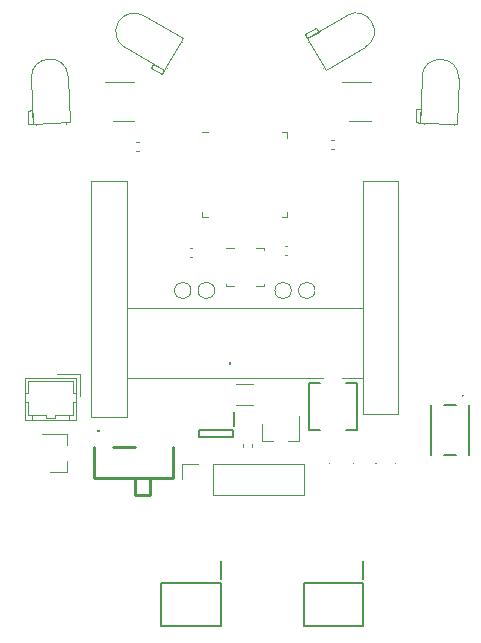
<source format=gto>
G04 #@! TF.GenerationSoftware,KiCad,Pcbnew,(5.1.7)-1*
G04 #@! TF.CreationDate,2021-06-23T20:49:00+09:00*
G04 #@! TF.ProjectId,lapis,6c617069-732e-46b6-9963-61645f706362,rev?*
G04 #@! TF.SameCoordinates,Original*
G04 #@! TF.FileFunction,Legend,Top*
G04 #@! TF.FilePolarity,Positive*
%FSLAX46Y46*%
G04 Gerber Fmt 4.6, Leading zero omitted, Abs format (unit mm)*
G04 Created by KiCad (PCBNEW (5.1.7)-1) date 2021-06-23 20:49:00*
%MOMM*%
%LPD*%
G01*
G04 APERTURE LIST*
%ADD10C,0.120000*%
%ADD11C,0.254000*%
%ADD12C,0.200000*%
%ADD13C,0.100000*%
%ADD14C,0.150000*%
%ADD15R,0.700000X1.500000*%
%ADD16C,1.000000*%
%ADD17R,0.600000X1.200000*%
%ADD18R,0.250000X0.500000*%
%ADD19R,0.450000X1.000000*%
%ADD20R,1.060000X0.650000*%
%ADD21R,0.650000X1.050000*%
%ADD22C,1.500000*%
%ADD23R,0.800000X0.900000*%
%ADD24R,0.900000X0.800000*%
%ADD25R,1.600000X1.000000*%
%ADD26O,1.700000X1.700000*%
%ADD27R,1.700000X1.700000*%
%ADD28O,0.900000X1.400000*%
G04 APERTURE END LIST*
D10*
X135250000Y-113450000D02*
X155250000Y-113450000D01*
X135250000Y-107450000D02*
X155250000Y-107450000D01*
X155250000Y-96700000D02*
X158250000Y-96700000D01*
X155250000Y-96750000D02*
X155250000Y-96700000D01*
X155250000Y-116500000D02*
X155250000Y-96750000D01*
X158250000Y-116500000D02*
X155250000Y-116500000D01*
X158250000Y-116500000D02*
X158250000Y-96700000D01*
X135250000Y-96700000D02*
X135250000Y-116700000D01*
X132250000Y-96700000D02*
X135250000Y-96700000D01*
X132250000Y-116700000D02*
X135250000Y-116700000D01*
X132250000Y-96700000D02*
X132250000Y-116700000D01*
D11*
X139190000Y-119250000D02*
X139190000Y-121850000D01*
X139190000Y-121850000D02*
X132490000Y-121850000D01*
X132490000Y-121850000D02*
X132490000Y-119250000D01*
X135940000Y-121850000D02*
X135940000Y-123350000D01*
X135940000Y-123350000D02*
X137240000Y-123350000D01*
X137240000Y-123350000D02*
X137240000Y-121850000D01*
X134136330Y-119250000D02*
X135985330Y-119250000D01*
X132873670Y-117911330D02*
G75*
G03*
X132873670Y-117911330I-54000J0D01*
G01*
D10*
X149200000Y-106000000D02*
G75*
G03*
X149200000Y-106000000I-700000J0D01*
G01*
X151200000Y-106000000D02*
G75*
G03*
X151200000Y-106000000I-700000J0D01*
G01*
X142700000Y-106000000D02*
G75*
G03*
X142700000Y-106000000I-700000J0D01*
G01*
X140700000Y-106000000D02*
G75*
G03*
X140700000Y-106000000I-700000J0D01*
G01*
D12*
X144250000Y-117800000D02*
X144250000Y-118400000D01*
X144250000Y-118400000D02*
X141350000Y-118400000D01*
X141350000Y-118400000D02*
X141350000Y-117800000D01*
X141350000Y-117800000D02*
X144250000Y-117800000D01*
X144300000Y-116250000D02*
X144300000Y-117450000D01*
X144000000Y-112190000D02*
G75*
G02*
X144000000Y-112090000I0J50000D01*
G01*
X144000000Y-112090000D02*
G75*
G02*
X144000000Y-112190000I0J-50000D01*
G01*
X144000000Y-112190000D02*
G75*
G02*
X144000000Y-112090000I0J50000D01*
G01*
X144000000Y-112090000D02*
X144000000Y-112090000D01*
X144000000Y-112190000D02*
X144000000Y-112190000D01*
X144000000Y-112090000D02*
X144000000Y-112090000D01*
X143225000Y-128925000D02*
X143225000Y-130400000D01*
X138200000Y-130750000D02*
X143200000Y-130750000D01*
X138200000Y-134450000D02*
X138200000Y-130750000D01*
X143200000Y-134450000D02*
X138200000Y-134450000D01*
X143200000Y-130750000D02*
X143200000Y-134450000D01*
X155265000Y-128917000D02*
X155265000Y-130392000D01*
X150240000Y-130742000D02*
X155240000Y-130742000D01*
X150240000Y-134442000D02*
X150240000Y-130742000D01*
X155240000Y-134442000D02*
X150240000Y-134442000D01*
X155240000Y-130742000D02*
X155240000Y-134442000D01*
D10*
X146185000Y-102390000D02*
X146860000Y-102390000D01*
X146860000Y-102390000D02*
X146860000Y-102565000D01*
X144315000Y-105610000D02*
X143640000Y-105610000D01*
X143640000Y-105610000D02*
X143640000Y-105435000D01*
X146185000Y-105610000D02*
X146860000Y-105610000D01*
X146860000Y-105610000D02*
X146860000Y-105435000D01*
X144315000Y-102390000D02*
X143640000Y-102390000D01*
D13*
X152450000Y-120635000D02*
G75*
G03*
X152450000Y-120635000I-50000J0D01*
G01*
X154450000Y-120635000D02*
G75*
G03*
X154450000Y-120635000I-50000J0D01*
G01*
X156370000Y-120645000D02*
G75*
G03*
X156370000Y-120645000I-50000J0D01*
G01*
X158050000Y-120635000D02*
G75*
G03*
X158050000Y-120635000I-50000J0D01*
G01*
X125650000Y-116365000D02*
G75*
G03*
X125650000Y-116365000I-50000J0D01*
G01*
D10*
X148634165Y-102270000D02*
X148865835Y-102270000D01*
X148634165Y-102990000D02*
X148865835Y-102990000D01*
X152571665Y-93270000D02*
X152803335Y-93270000D01*
X152571665Y-93990000D02*
X152803335Y-93990000D01*
X136283335Y-94160000D02*
X136051665Y-94160000D01*
X136283335Y-93440000D02*
X136051665Y-93440000D01*
X145140000Y-119225835D02*
X145140000Y-118994165D01*
X145860000Y-119225835D02*
X145860000Y-118994165D01*
X144538748Y-113890000D02*
X145961252Y-113890000D01*
X144538748Y-115710000D02*
X145961252Y-115710000D01*
X140815835Y-103160000D02*
X140584165Y-103160000D01*
X140815835Y-102440000D02*
X140584165Y-102440000D01*
X155900000Y-88390000D02*
X153450000Y-88390000D01*
X154100000Y-91610000D02*
X155900000Y-91610000D01*
X135900000Y-88390000D02*
X133450000Y-88390000D01*
X134100000Y-91610000D02*
X135900000Y-91610000D01*
D12*
X164200000Y-115700000D02*
X164200000Y-119900000D01*
X161000000Y-119900000D02*
X161000000Y-115700000D01*
X163100000Y-115700000D02*
X162100000Y-115700000D01*
X163100000Y-119900000D02*
X162100000Y-119900000D01*
X163742370Y-114894000D02*
G75*
G03*
X163742370Y-114894000I-53370J0D01*
G01*
D10*
X127319153Y-91879858D02*
X127184441Y-88022209D01*
X126919396Y-91893818D02*
X126880309Y-90774500D01*
X130151966Y-91911013D02*
X130151966Y-91911013D01*
X127608976Y-91869737D02*
X127613513Y-91999658D01*
X126880309Y-90774500D02*
X127280065Y-90760540D01*
X130151966Y-91911013D02*
X130147429Y-91781092D01*
X130147429Y-91781092D02*
X130147429Y-91781092D01*
X130147429Y-91781092D02*
X130151966Y-91911013D01*
X127613513Y-91999658D02*
X127608976Y-91869737D01*
X127608976Y-91869737D02*
X127608976Y-91869737D01*
X127613513Y-91999658D02*
X127613513Y-91999658D01*
X130437252Y-91770971D02*
X127319153Y-91879858D01*
X127319153Y-91879858D02*
X126919396Y-91893818D01*
X127280065Y-90760540D02*
X127319153Y-91879858D01*
X130437252Y-91770971D02*
X130302540Y-87913323D01*
X127184440Y-88022209D02*
G75*
G02*
X130302540Y-87913323I1559050J54443D01*
G01*
X150532891Y-84644148D02*
X153875749Y-82714148D01*
X150332891Y-84297738D02*
X151302839Y-83737738D01*
X151835307Y-87160000D02*
X151835307Y-87160000D01*
X150677891Y-84895295D02*
X150565307Y-84960295D01*
X151302839Y-83737738D02*
X151502839Y-84084148D01*
X151835307Y-87160000D02*
X151947891Y-87095000D01*
X151947891Y-87095000D02*
X151947891Y-87095000D01*
X151947891Y-87095000D02*
X151835307Y-87160000D01*
X150565307Y-84960295D02*
X150677891Y-84895295D01*
X150677891Y-84895295D02*
X150677891Y-84895295D01*
X150565307Y-84960295D02*
X150565307Y-84960295D01*
X152092891Y-87346147D02*
X150532891Y-84644148D01*
X150532891Y-84644148D02*
X150332891Y-84297738D01*
X151502839Y-84084148D02*
X150532891Y-84644148D01*
X152092891Y-87346147D02*
X155435749Y-85416147D01*
X153875749Y-82714149D02*
G75*
G02*
X155435749Y-85416147I780000J-1350999D01*
G01*
X138445770Y-87350852D02*
X135102911Y-85420852D01*
X138245770Y-87697262D02*
X137275821Y-87137262D01*
X139973353Y-84965000D02*
X139973353Y-84965000D01*
X138590770Y-87099705D02*
X138703353Y-87164705D01*
X137275821Y-87137262D02*
X137475821Y-86790852D01*
X139973353Y-84965000D02*
X139860770Y-84900000D01*
X139860770Y-84900000D02*
X139860770Y-84900000D01*
X139860770Y-84900000D02*
X139973353Y-84965000D01*
X138703353Y-87164705D02*
X138590770Y-87099705D01*
X138590770Y-87099705D02*
X138590770Y-87099705D01*
X138703353Y-87164705D02*
X138703353Y-87164705D01*
X140005770Y-84648853D02*
X138445770Y-87350852D01*
X138445770Y-87350852D02*
X138245770Y-87697262D01*
X137475821Y-86790852D02*
X138445770Y-87350852D01*
X140005770Y-84648853D02*
X136662911Y-82718853D01*
X135102911Y-85420851D02*
G75*
G02*
X136662911Y-82718853I780000J1350999D01*
G01*
X160113952Y-91791972D02*
X160248664Y-87934323D01*
X159714196Y-91778012D02*
X159753283Y-90658694D01*
X162937691Y-92020658D02*
X162937691Y-92020658D01*
X160403776Y-91802092D02*
X160399239Y-91932013D01*
X159753283Y-90658694D02*
X160153040Y-90672654D01*
X162937691Y-92020658D02*
X162942228Y-91890737D01*
X162942228Y-91890737D02*
X162942228Y-91890737D01*
X162942228Y-91890737D02*
X162937691Y-92020658D01*
X160399239Y-91932013D02*
X160403776Y-91802092D01*
X160403776Y-91802092D02*
X160403776Y-91802092D01*
X160399239Y-91932013D02*
X160399239Y-91932013D01*
X163232052Y-91900858D02*
X160113952Y-91791972D01*
X160113952Y-91791972D02*
X159714196Y-91778012D01*
X160153040Y-90672654D02*
X160113952Y-91791972D01*
X163232052Y-91900858D02*
X163366764Y-88043209D01*
X160248664Y-87934323D02*
G75*
G02*
X163366764Y-88043209I1559050J-54443D01*
G01*
X148385000Y-92590000D02*
X148860000Y-92590000D01*
X148860000Y-92590000D02*
X148860000Y-93065000D01*
X142115000Y-99810000D02*
X141640000Y-99810000D01*
X141640000Y-99810000D02*
X141640000Y-99335000D01*
X148385000Y-99810000D02*
X148860000Y-99810000D01*
X148860000Y-99810000D02*
X148860000Y-99335000D01*
X142115000Y-92590000D02*
X141640000Y-92590000D01*
X146720000Y-118760000D02*
X146720000Y-117300000D01*
X149880000Y-118760000D02*
X149880000Y-116600000D01*
X149880000Y-118760000D02*
X148950000Y-118760000D01*
X146720000Y-118760000D02*
X147650000Y-118760000D01*
X130220000Y-121350000D02*
X128760000Y-121350000D01*
X130220000Y-118190000D02*
X128060000Y-118190000D01*
X130220000Y-118190000D02*
X130220000Y-119120000D01*
X130220000Y-121350000D02*
X130220000Y-120420000D01*
D14*
X153830000Y-113800000D02*
X154730000Y-113800000D01*
X154730000Y-113800000D02*
X154730000Y-117800000D01*
X154730000Y-117800000D02*
X153830000Y-117800000D01*
X150730000Y-117800000D02*
X150730000Y-113800000D01*
X150730000Y-113800000D02*
X151630000Y-113800000D01*
X151630000Y-117800000D02*
X150730000Y-117800000D01*
D10*
X142570000Y-123330000D02*
X142570000Y-120670000D01*
X142570000Y-123330000D02*
X150250000Y-123330000D01*
X150250000Y-123330000D02*
X150250000Y-120670000D01*
X142570000Y-120670000D02*
X150250000Y-120670000D01*
X139970000Y-120670000D02*
X141300000Y-120670000D01*
X139970000Y-122000000D02*
X139970000Y-120670000D01*
X130975000Y-116975000D02*
X130975000Y-113375000D01*
X130975000Y-113375000D02*
X126625000Y-113375000D01*
X126625000Y-113375000D02*
X126625000Y-116975000D01*
X126625000Y-116975000D02*
X130975000Y-116975000D01*
X131285000Y-114975000D02*
X131285000Y-113065000D01*
X131285000Y-113065000D02*
X129375000Y-113065000D01*
X130975000Y-114675000D02*
X130675000Y-114675000D01*
X130675000Y-114675000D02*
X130675000Y-113675000D01*
X130675000Y-113675000D02*
X126925000Y-113675000D01*
X126925000Y-113675000D02*
X126925000Y-114675000D01*
X126925000Y-114675000D02*
X126625000Y-114675000D01*
X130975000Y-115425000D02*
X130675000Y-115425000D01*
X130675000Y-115425000D02*
X130675000Y-116525000D01*
X130675000Y-116525000D02*
X130375000Y-116525000D01*
X130375000Y-116525000D02*
X130375000Y-116975000D01*
X126625000Y-115425000D02*
X126925000Y-115425000D01*
X126925000Y-115425000D02*
X126925000Y-116525000D01*
X126925000Y-116525000D02*
X127225000Y-116525000D01*
X127225000Y-116525000D02*
X127225000Y-116975000D01*
X130375000Y-116525000D02*
X129175000Y-116525000D01*
X129175000Y-116525000D02*
X129175000Y-116825000D01*
X129175000Y-116825000D02*
X128425000Y-116825000D01*
X128425000Y-116825000D02*
X128425000Y-116525000D01*
X128425000Y-116525000D02*
X127225000Y-116525000D01*
%LPC*%
D15*
X138090000Y-118800000D03*
X136590000Y-118800000D03*
X133590000Y-118800000D03*
D16*
X148500000Y-106000000D03*
X150500000Y-106000000D03*
X142000000Y-106000000D03*
X140000000Y-106000000D03*
D17*
X143750000Y-119350000D03*
X141850000Y-119350000D03*
X141850000Y-116850000D03*
X142800000Y-116850000D03*
X143750000Y-116850000D03*
D18*
X144000000Y-109140000D03*
X144500000Y-109140000D03*
X145000000Y-109140000D03*
X145500000Y-109140000D03*
X146000000Y-109140000D03*
X146500000Y-109140000D03*
X146500000Y-111040000D03*
X146000000Y-111040000D03*
X145500000Y-111040000D03*
X145000000Y-111040000D03*
X144500000Y-111040000D03*
X144000000Y-111040000D03*
D19*
X142650000Y-135538000D03*
X142000000Y-135538000D03*
X141350000Y-135538000D03*
X140700000Y-135538000D03*
X140050000Y-135538000D03*
X139400000Y-135538000D03*
X138750000Y-135538000D03*
X138750000Y-129662000D03*
X139400000Y-129662000D03*
X140050000Y-129662000D03*
X140700000Y-129662000D03*
X141350000Y-129662000D03*
X142000000Y-129662000D03*
X142650000Y-129662000D03*
X154690000Y-135530000D03*
X154040000Y-135530000D03*
X153390000Y-135530000D03*
X152740000Y-135530000D03*
X152090000Y-135530000D03*
X151440000Y-135530000D03*
X150790000Y-135530000D03*
X150790000Y-129654000D03*
X151440000Y-129654000D03*
X152090000Y-129654000D03*
X152740000Y-129654000D03*
X153390000Y-129654000D03*
X154040000Y-129654000D03*
X154690000Y-129654000D03*
G36*
G01*
X149670000Y-100790000D02*
X149670000Y-100990000D01*
G75*
G02*
X149570000Y-101090000I-100000J0D01*
G01*
X149135000Y-101090000D01*
G75*
G02*
X149035000Y-100990000I0J100000D01*
G01*
X149035000Y-100790000D01*
G75*
G02*
X149135000Y-100690000I100000J0D01*
G01*
X149570000Y-100690000D01*
G75*
G02*
X149670000Y-100790000I0J-100000D01*
G01*
G37*
G36*
G01*
X150485000Y-100790000D02*
X150485000Y-100990000D01*
G75*
G02*
X150385000Y-101090000I-100000J0D01*
G01*
X149950000Y-101090000D01*
G75*
G02*
X149850000Y-100990000I0J100000D01*
G01*
X149850000Y-100790000D01*
G75*
G02*
X149950000Y-100690000I100000J0D01*
G01*
X150385000Y-100690000D01*
G75*
G02*
X150485000Y-100790000I0J-100000D01*
G01*
G37*
G36*
G01*
X154300000Y-136965000D02*
X154300000Y-136415000D01*
G75*
G02*
X154525000Y-136190000I225000J0D01*
G01*
X154975000Y-136190000D01*
G75*
G02*
X155200000Y-136415000I0J-225000D01*
G01*
X155200000Y-136965000D01*
G75*
G02*
X154975000Y-137190000I-225000J0D01*
G01*
X154525000Y-137190000D01*
G75*
G02*
X154300000Y-136965000I0J225000D01*
G01*
G37*
G36*
G01*
X152300000Y-136965000D02*
X152300000Y-136415000D01*
G75*
G02*
X152525000Y-136190000I225000J0D01*
G01*
X152975000Y-136190000D01*
G75*
G02*
X153200000Y-136415000I0J-225000D01*
G01*
X153200000Y-136965000D01*
G75*
G02*
X152975000Y-137190000I-225000J0D01*
G01*
X152525000Y-137190000D01*
G75*
G02*
X152300000Y-136965000I0J225000D01*
G01*
G37*
G36*
G01*
X150300000Y-136965000D02*
X150300000Y-136415000D01*
G75*
G02*
X150525000Y-136190000I225000J0D01*
G01*
X150975000Y-136190000D01*
G75*
G02*
X151200000Y-136415000I0J-225000D01*
G01*
X151200000Y-136965000D01*
G75*
G02*
X150975000Y-137190000I-225000J0D01*
G01*
X150525000Y-137190000D01*
G75*
G02*
X150300000Y-136965000I0J225000D01*
G01*
G37*
G36*
G01*
X142245000Y-136965000D02*
X142245000Y-136415000D01*
G75*
G02*
X142470000Y-136190000I225000J0D01*
G01*
X142920000Y-136190000D01*
G75*
G02*
X143145000Y-136415000I0J-225000D01*
G01*
X143145000Y-136965000D01*
G75*
G02*
X142920000Y-137190000I-225000J0D01*
G01*
X142470000Y-137190000D01*
G75*
G02*
X142245000Y-136965000I0J225000D01*
G01*
G37*
G36*
G01*
X140245000Y-136965000D02*
X140245000Y-136415000D01*
G75*
G02*
X140470000Y-136190000I225000J0D01*
G01*
X140920000Y-136190000D01*
G75*
G02*
X141145000Y-136415000I0J-225000D01*
G01*
X141145000Y-136965000D01*
G75*
G02*
X140920000Y-137190000I-225000J0D01*
G01*
X140470000Y-137190000D01*
G75*
G02*
X140245000Y-136965000I0J225000D01*
G01*
G37*
G36*
G01*
X138245000Y-136965000D02*
X138245000Y-136415000D01*
G75*
G02*
X138470000Y-136190000I225000J0D01*
G01*
X138920000Y-136190000D01*
G75*
G02*
X139145000Y-136415000I0J-225000D01*
G01*
X139145000Y-136965000D01*
G75*
G02*
X138920000Y-137190000I-225000J0D01*
G01*
X138470000Y-137190000D01*
G75*
G02*
X138245000Y-136965000I0J225000D01*
G01*
G37*
G36*
G01*
X144575000Y-103012500D02*
X144575000Y-102187500D01*
G75*
G02*
X144662500Y-102100000I87500J0D01*
G01*
X144837500Y-102100000D01*
G75*
G02*
X144925000Y-102187500I0J-87500D01*
G01*
X144925000Y-103012500D01*
G75*
G02*
X144837500Y-103100000I-87500J0D01*
G01*
X144662500Y-103100000D01*
G75*
G02*
X144575000Y-103012500I0J87500D01*
G01*
G37*
G36*
G01*
X145075000Y-103012500D02*
X145075000Y-102187500D01*
G75*
G02*
X145162500Y-102100000I87500J0D01*
G01*
X145337500Y-102100000D01*
G75*
G02*
X145425000Y-102187500I0J-87500D01*
G01*
X145425000Y-103012500D01*
G75*
G02*
X145337500Y-103100000I-87500J0D01*
G01*
X145162500Y-103100000D01*
G75*
G02*
X145075000Y-103012500I0J87500D01*
G01*
G37*
G36*
G01*
X145575000Y-103012500D02*
X145575000Y-102187500D01*
G75*
G02*
X145662500Y-102100000I87500J0D01*
G01*
X145837500Y-102100000D01*
G75*
G02*
X145925000Y-102187500I0J-87500D01*
G01*
X145925000Y-103012500D01*
G75*
G02*
X145837500Y-103100000I-87500J0D01*
G01*
X145662500Y-103100000D01*
G75*
G02*
X145575000Y-103012500I0J87500D01*
G01*
G37*
G36*
G01*
X146150000Y-103087500D02*
X146150000Y-102912500D01*
G75*
G02*
X146237500Y-102825000I87500J0D01*
G01*
X147062500Y-102825000D01*
G75*
G02*
X147150000Y-102912500I0J-87500D01*
G01*
X147150000Y-103087500D01*
G75*
G02*
X147062500Y-103175000I-87500J0D01*
G01*
X146237500Y-103175000D01*
G75*
G02*
X146150000Y-103087500I0J87500D01*
G01*
G37*
G36*
G01*
X146150000Y-103587500D02*
X146150000Y-103412500D01*
G75*
G02*
X146237500Y-103325000I87500J0D01*
G01*
X147062500Y-103325000D01*
G75*
G02*
X147150000Y-103412500I0J-87500D01*
G01*
X147150000Y-103587500D01*
G75*
G02*
X147062500Y-103675000I-87500J0D01*
G01*
X146237500Y-103675000D01*
G75*
G02*
X146150000Y-103587500I0J87500D01*
G01*
G37*
G36*
G01*
X146150000Y-104087500D02*
X146150000Y-103912500D01*
G75*
G02*
X146237500Y-103825000I87500J0D01*
G01*
X147062500Y-103825000D01*
G75*
G02*
X147150000Y-103912500I0J-87500D01*
G01*
X147150000Y-104087500D01*
G75*
G02*
X147062500Y-104175000I-87500J0D01*
G01*
X146237500Y-104175000D01*
G75*
G02*
X146150000Y-104087500I0J87500D01*
G01*
G37*
G36*
G01*
X146150000Y-104587500D02*
X146150000Y-104412500D01*
G75*
G02*
X146237500Y-104325000I87500J0D01*
G01*
X147062500Y-104325000D01*
G75*
G02*
X147150000Y-104412500I0J-87500D01*
G01*
X147150000Y-104587500D01*
G75*
G02*
X147062500Y-104675000I-87500J0D01*
G01*
X146237500Y-104675000D01*
G75*
G02*
X146150000Y-104587500I0J87500D01*
G01*
G37*
G36*
G01*
X146150000Y-105087500D02*
X146150000Y-104912500D01*
G75*
G02*
X146237500Y-104825000I87500J0D01*
G01*
X147062500Y-104825000D01*
G75*
G02*
X147150000Y-104912500I0J-87500D01*
G01*
X147150000Y-105087500D01*
G75*
G02*
X147062500Y-105175000I-87500J0D01*
G01*
X146237500Y-105175000D01*
G75*
G02*
X146150000Y-105087500I0J87500D01*
G01*
G37*
G36*
G01*
X145575000Y-105812500D02*
X145575000Y-104987500D01*
G75*
G02*
X145662500Y-104900000I87500J0D01*
G01*
X145837500Y-104900000D01*
G75*
G02*
X145925000Y-104987500I0J-87500D01*
G01*
X145925000Y-105812500D01*
G75*
G02*
X145837500Y-105900000I-87500J0D01*
G01*
X145662500Y-105900000D01*
G75*
G02*
X145575000Y-105812500I0J87500D01*
G01*
G37*
G36*
G01*
X145075000Y-105812500D02*
X145075000Y-104987500D01*
G75*
G02*
X145162500Y-104900000I87500J0D01*
G01*
X145337500Y-104900000D01*
G75*
G02*
X145425000Y-104987500I0J-87500D01*
G01*
X145425000Y-105812500D01*
G75*
G02*
X145337500Y-105900000I-87500J0D01*
G01*
X145162500Y-105900000D01*
G75*
G02*
X145075000Y-105812500I0J87500D01*
G01*
G37*
G36*
G01*
X144575000Y-105812500D02*
X144575000Y-104987500D01*
G75*
G02*
X144662500Y-104900000I87500J0D01*
G01*
X144837500Y-104900000D01*
G75*
G02*
X144925000Y-104987500I0J-87500D01*
G01*
X144925000Y-105812500D01*
G75*
G02*
X144837500Y-105900000I-87500J0D01*
G01*
X144662500Y-105900000D01*
G75*
G02*
X144575000Y-105812500I0J87500D01*
G01*
G37*
G36*
G01*
X143350000Y-105087500D02*
X143350000Y-104912500D01*
G75*
G02*
X143437500Y-104825000I87500J0D01*
G01*
X144262500Y-104825000D01*
G75*
G02*
X144350000Y-104912500I0J-87500D01*
G01*
X144350000Y-105087500D01*
G75*
G02*
X144262500Y-105175000I-87500J0D01*
G01*
X143437500Y-105175000D01*
G75*
G02*
X143350000Y-105087500I0J87500D01*
G01*
G37*
G36*
G01*
X143350000Y-104587500D02*
X143350000Y-104412500D01*
G75*
G02*
X143437500Y-104325000I87500J0D01*
G01*
X144262500Y-104325000D01*
G75*
G02*
X144350000Y-104412500I0J-87500D01*
G01*
X144350000Y-104587500D01*
G75*
G02*
X144262500Y-104675000I-87500J0D01*
G01*
X143437500Y-104675000D01*
G75*
G02*
X143350000Y-104587500I0J87500D01*
G01*
G37*
G36*
G01*
X143350000Y-104087500D02*
X143350000Y-103912500D01*
G75*
G02*
X143437500Y-103825000I87500J0D01*
G01*
X144262500Y-103825000D01*
G75*
G02*
X144350000Y-103912500I0J-87500D01*
G01*
X144350000Y-104087500D01*
G75*
G02*
X144262500Y-104175000I-87500J0D01*
G01*
X143437500Y-104175000D01*
G75*
G02*
X143350000Y-104087500I0J87500D01*
G01*
G37*
G36*
G01*
X143350000Y-103587500D02*
X143350000Y-103412500D01*
G75*
G02*
X143437500Y-103325000I87500J0D01*
G01*
X144262500Y-103325000D01*
G75*
G02*
X144350000Y-103412500I0J-87500D01*
G01*
X144350000Y-103587500D01*
G75*
G02*
X144262500Y-103675000I-87500J0D01*
G01*
X143437500Y-103675000D01*
G75*
G02*
X143350000Y-103587500I0J87500D01*
G01*
G37*
G36*
G01*
X143350000Y-103087500D02*
X143350000Y-102912500D01*
G75*
G02*
X143437500Y-102825000I87500J0D01*
G01*
X144262500Y-102825000D01*
G75*
G02*
X144350000Y-102912500I0J-87500D01*
G01*
X144350000Y-103087500D01*
G75*
G02*
X144262500Y-103175000I-87500J0D01*
G01*
X143437500Y-103175000D01*
G75*
G02*
X143350000Y-103087500I0J87500D01*
G01*
G37*
G36*
G01*
X150590000Y-119220000D02*
X150390000Y-119220000D01*
G75*
G02*
X150290000Y-119120000I0J100000D01*
G01*
X150290000Y-118685000D01*
G75*
G02*
X150390000Y-118585000I100000J0D01*
G01*
X150590000Y-118585000D01*
G75*
G02*
X150690000Y-118685000I0J-100000D01*
G01*
X150690000Y-119120000D01*
G75*
G02*
X150590000Y-119220000I-100000J0D01*
G01*
G37*
G36*
G01*
X150590000Y-120035000D02*
X150390000Y-120035000D01*
G75*
G02*
X150290000Y-119935000I0J100000D01*
G01*
X150290000Y-119500000D01*
G75*
G02*
X150390000Y-119400000I100000J0D01*
G01*
X150590000Y-119400000D01*
G75*
G02*
X150690000Y-119500000I0J-100000D01*
G01*
X150690000Y-119935000D01*
G75*
G02*
X150590000Y-120035000I-100000J0D01*
G01*
G37*
G36*
G01*
X148810000Y-114300000D02*
X148810000Y-114500000D01*
G75*
G02*
X148710000Y-114600000I-100000J0D01*
G01*
X148275000Y-114600000D01*
G75*
G02*
X148175000Y-114500000I0J100000D01*
G01*
X148175000Y-114300000D01*
G75*
G02*
X148275000Y-114200000I100000J0D01*
G01*
X148710000Y-114200000D01*
G75*
G02*
X148810000Y-114300000I0J-100000D01*
G01*
G37*
G36*
G01*
X149625000Y-114300000D02*
X149625000Y-114500000D01*
G75*
G02*
X149525000Y-114600000I-100000J0D01*
G01*
X149090000Y-114600000D01*
G75*
G02*
X148990000Y-114500000I0J100000D01*
G01*
X148990000Y-114300000D01*
G75*
G02*
X149090000Y-114200000I100000J0D01*
G01*
X149525000Y-114200000D01*
G75*
G02*
X149625000Y-114300000I0J-100000D01*
G01*
G37*
G36*
G01*
X159930000Y-112940000D02*
X159730000Y-112940000D01*
G75*
G02*
X159630000Y-112840000I0J100000D01*
G01*
X159630000Y-112405000D01*
G75*
G02*
X159730000Y-112305000I100000J0D01*
G01*
X159930000Y-112305000D01*
G75*
G02*
X160030000Y-112405000I0J-100000D01*
G01*
X160030000Y-112840000D01*
G75*
G02*
X159930000Y-112940000I-100000J0D01*
G01*
G37*
G36*
G01*
X159930000Y-113755000D02*
X159730000Y-113755000D01*
G75*
G02*
X159630000Y-113655000I0J100000D01*
G01*
X159630000Y-113220000D01*
G75*
G02*
X159730000Y-113120000I100000J0D01*
G01*
X159930000Y-113120000D01*
G75*
G02*
X160030000Y-113220000I0J-100000D01*
G01*
X160030000Y-113655000D01*
G75*
G02*
X159930000Y-113755000I-100000J0D01*
G01*
G37*
G36*
G01*
X152500000Y-119642500D02*
X152300000Y-119642500D01*
G75*
G02*
X152200000Y-119542500I0J100000D01*
G01*
X152200000Y-119107500D01*
G75*
G02*
X152300000Y-119007500I100000J0D01*
G01*
X152500000Y-119007500D01*
G75*
G02*
X152600000Y-119107500I0J-100000D01*
G01*
X152600000Y-119542500D01*
G75*
G02*
X152500000Y-119642500I-100000J0D01*
G01*
G37*
G36*
G01*
X152500000Y-120457500D02*
X152300000Y-120457500D01*
G75*
G02*
X152200000Y-120357500I0J100000D01*
G01*
X152200000Y-119922500D01*
G75*
G02*
X152300000Y-119822500I100000J0D01*
G01*
X152500000Y-119822500D01*
G75*
G02*
X152600000Y-119922500I0J-100000D01*
G01*
X152600000Y-120357500D01*
G75*
G02*
X152500000Y-120457500I-100000J0D01*
G01*
G37*
G36*
G01*
X154400000Y-119610000D02*
X154200000Y-119610000D01*
G75*
G02*
X154100000Y-119510000I0J100000D01*
G01*
X154100000Y-119075000D01*
G75*
G02*
X154200000Y-118975000I100000J0D01*
G01*
X154400000Y-118975000D01*
G75*
G02*
X154500000Y-119075000I0J-100000D01*
G01*
X154500000Y-119510000D01*
G75*
G02*
X154400000Y-119610000I-100000J0D01*
G01*
G37*
G36*
G01*
X154400000Y-120425000D02*
X154200000Y-120425000D01*
G75*
G02*
X154100000Y-120325000I0J100000D01*
G01*
X154100000Y-119890000D01*
G75*
G02*
X154200000Y-119790000I100000J0D01*
G01*
X154400000Y-119790000D01*
G75*
G02*
X154500000Y-119890000I0J-100000D01*
G01*
X154500000Y-120325000D01*
G75*
G02*
X154400000Y-120425000I-100000J0D01*
G01*
G37*
G36*
G01*
X156500000Y-119610000D02*
X156300000Y-119610000D01*
G75*
G02*
X156200000Y-119510000I0J100000D01*
G01*
X156200000Y-119075000D01*
G75*
G02*
X156300000Y-118975000I100000J0D01*
G01*
X156500000Y-118975000D01*
G75*
G02*
X156600000Y-119075000I0J-100000D01*
G01*
X156600000Y-119510000D01*
G75*
G02*
X156500000Y-119610000I-100000J0D01*
G01*
G37*
G36*
G01*
X156500000Y-120425000D02*
X156300000Y-120425000D01*
G75*
G02*
X156200000Y-120325000I0J100000D01*
G01*
X156200000Y-119890000D01*
G75*
G02*
X156300000Y-119790000I100000J0D01*
G01*
X156500000Y-119790000D01*
G75*
G02*
X156600000Y-119890000I0J-100000D01*
G01*
X156600000Y-120325000D01*
G75*
G02*
X156500000Y-120425000I-100000J0D01*
G01*
G37*
G36*
G01*
X158100000Y-119610000D02*
X157900000Y-119610000D01*
G75*
G02*
X157800000Y-119510000I0J100000D01*
G01*
X157800000Y-119075000D01*
G75*
G02*
X157900000Y-118975000I100000J0D01*
G01*
X158100000Y-118975000D01*
G75*
G02*
X158200000Y-119075000I0J-100000D01*
G01*
X158200000Y-119510000D01*
G75*
G02*
X158100000Y-119610000I-100000J0D01*
G01*
G37*
G36*
G01*
X158100000Y-120425000D02*
X157900000Y-120425000D01*
G75*
G02*
X157800000Y-120325000I0J100000D01*
G01*
X157800000Y-119890000D01*
G75*
G02*
X157900000Y-119790000I100000J0D01*
G01*
X158100000Y-119790000D01*
G75*
G02*
X158200000Y-119890000I0J-100000D01*
G01*
X158200000Y-120325000D01*
G75*
G02*
X158100000Y-120425000I-100000J0D01*
G01*
G37*
G36*
G01*
X152360000Y-90810000D02*
X152160000Y-90810000D01*
G75*
G02*
X152060000Y-90710000I0J100000D01*
G01*
X152060000Y-90275000D01*
G75*
G02*
X152160000Y-90175000I100000J0D01*
G01*
X152360000Y-90175000D01*
G75*
G02*
X152460000Y-90275000I0J-100000D01*
G01*
X152460000Y-90710000D01*
G75*
G02*
X152360000Y-90810000I-100000J0D01*
G01*
G37*
G36*
G01*
X152360000Y-91625000D02*
X152160000Y-91625000D01*
G75*
G02*
X152060000Y-91525000I0J100000D01*
G01*
X152060000Y-91090000D01*
G75*
G02*
X152160000Y-90990000I100000J0D01*
G01*
X152360000Y-90990000D01*
G75*
G02*
X152460000Y-91090000I0J-100000D01*
G01*
X152460000Y-91525000D01*
G75*
G02*
X152360000Y-91625000I-100000J0D01*
G01*
G37*
G36*
G01*
X128990000Y-112400000D02*
X128990000Y-112200000D01*
G75*
G02*
X129090000Y-112100000I100000J0D01*
G01*
X129525000Y-112100000D01*
G75*
G02*
X129625000Y-112200000I0J-100000D01*
G01*
X129625000Y-112400000D01*
G75*
G02*
X129525000Y-112500000I-100000J0D01*
G01*
X129090000Y-112500000D01*
G75*
G02*
X128990000Y-112400000I0J100000D01*
G01*
G37*
G36*
G01*
X128175000Y-112400000D02*
X128175000Y-112200000D01*
G75*
G02*
X128275000Y-112100000I100000J0D01*
G01*
X128710000Y-112100000D01*
G75*
G02*
X128810000Y-112200000I0J-100000D01*
G01*
X128810000Y-112400000D01*
G75*
G02*
X128710000Y-112500000I-100000J0D01*
G01*
X128275000Y-112500000D01*
G75*
G02*
X128175000Y-112400000I0J100000D01*
G01*
G37*
G36*
G01*
X137400000Y-115550000D02*
X137600000Y-115550000D01*
G75*
G02*
X137700000Y-115650000I0J-100000D01*
G01*
X137700000Y-116085000D01*
G75*
G02*
X137600000Y-116185000I-100000J0D01*
G01*
X137400000Y-116185000D01*
G75*
G02*
X137300000Y-116085000I0J100000D01*
G01*
X137300000Y-115650000D01*
G75*
G02*
X137400000Y-115550000I100000J0D01*
G01*
G37*
G36*
G01*
X137400000Y-114735000D02*
X137600000Y-114735000D01*
G75*
G02*
X137700000Y-114835000I0J-100000D01*
G01*
X137700000Y-115270000D01*
G75*
G02*
X137600000Y-115370000I-100000J0D01*
G01*
X137400000Y-115370000D01*
G75*
G02*
X137300000Y-115270000I0J100000D01*
G01*
X137300000Y-114835000D01*
G75*
G02*
X137400000Y-114735000I100000J0D01*
G01*
G37*
G36*
G01*
X136630000Y-115350000D02*
X136430000Y-115350000D01*
G75*
G02*
X136330000Y-115250000I0J100000D01*
G01*
X136330000Y-114815000D01*
G75*
G02*
X136430000Y-114715000I100000J0D01*
G01*
X136630000Y-114715000D01*
G75*
G02*
X136730000Y-114815000I0J-100000D01*
G01*
X136730000Y-115250000D01*
G75*
G02*
X136630000Y-115350000I-100000J0D01*
G01*
G37*
G36*
G01*
X136630000Y-116165000D02*
X136430000Y-116165000D01*
G75*
G02*
X136330000Y-116065000I0J100000D01*
G01*
X136330000Y-115630000D01*
G75*
G02*
X136430000Y-115530000I100000J0D01*
G01*
X136630000Y-115530000D01*
G75*
G02*
X136730000Y-115630000I0J-100000D01*
G01*
X136730000Y-116065000D01*
G75*
G02*
X136630000Y-116165000I-100000J0D01*
G01*
G37*
G36*
G01*
X126830000Y-119640000D02*
X127030000Y-119640000D01*
G75*
G02*
X127130000Y-119740000I0J-100000D01*
G01*
X127130000Y-120175000D01*
G75*
G02*
X127030000Y-120275000I-100000J0D01*
G01*
X126830000Y-120275000D01*
G75*
G02*
X126730000Y-120175000I0J100000D01*
G01*
X126730000Y-119740000D01*
G75*
G02*
X126830000Y-119640000I100000J0D01*
G01*
G37*
G36*
G01*
X126830000Y-118825000D02*
X127030000Y-118825000D01*
G75*
G02*
X127130000Y-118925000I0J-100000D01*
G01*
X127130000Y-119360000D01*
G75*
G02*
X127030000Y-119460000I-100000J0D01*
G01*
X126830000Y-119460000D01*
G75*
G02*
X126730000Y-119360000I0J100000D01*
G01*
X126730000Y-118925000D01*
G75*
G02*
X126830000Y-118825000I100000J0D01*
G01*
G37*
G36*
G01*
X144390000Y-87300000D02*
X144390000Y-87100000D01*
G75*
G02*
X144490000Y-87000000I100000J0D01*
G01*
X144925000Y-87000000D01*
G75*
G02*
X145025000Y-87100000I0J-100000D01*
G01*
X145025000Y-87300000D01*
G75*
G02*
X144925000Y-87400000I-100000J0D01*
G01*
X144490000Y-87400000D01*
G75*
G02*
X144390000Y-87300000I0J100000D01*
G01*
G37*
G36*
G01*
X143575000Y-87300000D02*
X143575000Y-87100000D01*
G75*
G02*
X143675000Y-87000000I100000J0D01*
G01*
X144110000Y-87000000D01*
G75*
G02*
X144210000Y-87100000I0J-100000D01*
G01*
X144210000Y-87300000D01*
G75*
G02*
X144110000Y-87400000I-100000J0D01*
G01*
X143675000Y-87400000D01*
G75*
G02*
X143575000Y-87300000I0J100000D01*
G01*
G37*
G36*
G01*
X133700000Y-94510000D02*
X133500000Y-94510000D01*
G75*
G02*
X133400000Y-94410000I0J100000D01*
G01*
X133400000Y-93975000D01*
G75*
G02*
X133500000Y-93875000I100000J0D01*
G01*
X133700000Y-93875000D01*
G75*
G02*
X133800000Y-93975000I0J-100000D01*
G01*
X133800000Y-94410000D01*
G75*
G02*
X133700000Y-94510000I-100000J0D01*
G01*
G37*
G36*
G01*
X133700000Y-95325000D02*
X133500000Y-95325000D01*
G75*
G02*
X133400000Y-95225000I0J100000D01*
G01*
X133400000Y-94790000D01*
G75*
G02*
X133500000Y-94690000I100000J0D01*
G01*
X133700000Y-94690000D01*
G75*
G02*
X133800000Y-94790000I0J-100000D01*
G01*
X133800000Y-95225000D01*
G75*
G02*
X133700000Y-95325000I-100000J0D01*
G01*
G37*
G36*
G01*
X158100000Y-94510000D02*
X157900000Y-94510000D01*
G75*
G02*
X157800000Y-94410000I0J100000D01*
G01*
X157800000Y-93975000D01*
G75*
G02*
X157900000Y-93875000I100000J0D01*
G01*
X158100000Y-93875000D01*
G75*
G02*
X158200000Y-93975000I0J-100000D01*
G01*
X158200000Y-94410000D01*
G75*
G02*
X158100000Y-94510000I-100000J0D01*
G01*
G37*
G36*
G01*
X158100000Y-95325000D02*
X157900000Y-95325000D01*
G75*
G02*
X157800000Y-95225000I0J100000D01*
G01*
X157800000Y-94790000D01*
G75*
G02*
X157900000Y-94690000I100000J0D01*
G01*
X158100000Y-94690000D01*
G75*
G02*
X158200000Y-94790000I0J-100000D01*
G01*
X158200000Y-95225000D01*
G75*
G02*
X158100000Y-95325000I-100000J0D01*
G01*
G37*
G36*
G01*
X146110000Y-87100000D02*
X146110000Y-87300000D01*
G75*
G02*
X146010000Y-87400000I-100000J0D01*
G01*
X145575000Y-87400000D01*
G75*
G02*
X145475000Y-87300000I0J100000D01*
G01*
X145475000Y-87100000D01*
G75*
G02*
X145575000Y-87000000I100000J0D01*
G01*
X146010000Y-87000000D01*
G75*
G02*
X146110000Y-87100000I0J-100000D01*
G01*
G37*
G36*
G01*
X146925000Y-87100000D02*
X146925000Y-87300000D01*
G75*
G02*
X146825000Y-87400000I-100000J0D01*
G01*
X146390000Y-87400000D01*
G75*
G02*
X146290000Y-87300000I0J100000D01*
G01*
X146290000Y-87100000D01*
G75*
G02*
X146390000Y-87000000I100000J0D01*
G01*
X146825000Y-87000000D01*
G75*
G02*
X146925000Y-87100000I0J-100000D01*
G01*
G37*
G36*
G01*
X132400000Y-90712500D02*
X132200000Y-90712500D01*
G75*
G02*
X132100000Y-90612500I0J100000D01*
G01*
X132100000Y-90177500D01*
G75*
G02*
X132200000Y-90077500I100000J0D01*
G01*
X132400000Y-90077500D01*
G75*
G02*
X132500000Y-90177500I0J-100000D01*
G01*
X132500000Y-90612500D01*
G75*
G02*
X132400000Y-90712500I-100000J0D01*
G01*
G37*
G36*
G01*
X132400000Y-91527500D02*
X132200000Y-91527500D01*
G75*
G02*
X132100000Y-91427500I0J100000D01*
G01*
X132100000Y-90992500D01*
G75*
G02*
X132200000Y-90892500I100000J0D01*
G01*
X132400000Y-90892500D01*
G75*
G02*
X132500000Y-90992500I0J-100000D01*
G01*
X132500000Y-91427500D01*
G75*
G02*
X132400000Y-91527500I-100000J0D01*
G01*
G37*
G36*
G01*
X152240000Y-122090000D02*
X152560000Y-122090000D01*
G75*
G02*
X152720000Y-122250000I0J-160000D01*
G01*
X152720000Y-122695000D01*
G75*
G02*
X152560000Y-122855000I-160000J0D01*
G01*
X152240000Y-122855000D01*
G75*
G02*
X152080000Y-122695000I0J160000D01*
G01*
X152080000Y-122250000D01*
G75*
G02*
X152240000Y-122090000I160000J0D01*
G01*
G37*
G36*
G01*
X152240000Y-120945000D02*
X152560000Y-120945000D01*
G75*
G02*
X152720000Y-121105000I0J-160000D01*
G01*
X152720000Y-121550000D01*
G75*
G02*
X152560000Y-121710000I-160000J0D01*
G01*
X152240000Y-121710000D01*
G75*
G02*
X152080000Y-121550000I0J160000D01*
G01*
X152080000Y-121105000D01*
G75*
G02*
X152240000Y-120945000I160000J0D01*
G01*
G37*
G36*
G01*
X154240000Y-122090000D02*
X154560000Y-122090000D01*
G75*
G02*
X154720000Y-122250000I0J-160000D01*
G01*
X154720000Y-122695000D01*
G75*
G02*
X154560000Y-122855000I-160000J0D01*
G01*
X154240000Y-122855000D01*
G75*
G02*
X154080000Y-122695000I0J160000D01*
G01*
X154080000Y-122250000D01*
G75*
G02*
X154240000Y-122090000I160000J0D01*
G01*
G37*
G36*
G01*
X154240000Y-120945000D02*
X154560000Y-120945000D01*
G75*
G02*
X154720000Y-121105000I0J-160000D01*
G01*
X154720000Y-121550000D01*
G75*
G02*
X154560000Y-121710000I-160000J0D01*
G01*
X154240000Y-121710000D01*
G75*
G02*
X154080000Y-121550000I0J160000D01*
G01*
X154080000Y-121105000D01*
G75*
G02*
X154240000Y-120945000I160000J0D01*
G01*
G37*
G36*
G01*
X156160000Y-122100000D02*
X156480000Y-122100000D01*
G75*
G02*
X156640000Y-122260000I0J-160000D01*
G01*
X156640000Y-122705000D01*
G75*
G02*
X156480000Y-122865000I-160000J0D01*
G01*
X156160000Y-122865000D01*
G75*
G02*
X156000000Y-122705000I0J160000D01*
G01*
X156000000Y-122260000D01*
G75*
G02*
X156160000Y-122100000I160000J0D01*
G01*
G37*
G36*
G01*
X156160000Y-120955000D02*
X156480000Y-120955000D01*
G75*
G02*
X156640000Y-121115000I0J-160000D01*
G01*
X156640000Y-121560000D01*
G75*
G02*
X156480000Y-121720000I-160000J0D01*
G01*
X156160000Y-121720000D01*
G75*
G02*
X156000000Y-121560000I0J160000D01*
G01*
X156000000Y-121115000D01*
G75*
G02*
X156160000Y-120955000I160000J0D01*
G01*
G37*
G36*
G01*
X157840000Y-122090000D02*
X158160000Y-122090000D01*
G75*
G02*
X158320000Y-122250000I0J-160000D01*
G01*
X158320000Y-122695000D01*
G75*
G02*
X158160000Y-122855000I-160000J0D01*
G01*
X157840000Y-122855000D01*
G75*
G02*
X157680000Y-122695000I0J160000D01*
G01*
X157680000Y-122250000D01*
G75*
G02*
X157840000Y-122090000I160000J0D01*
G01*
G37*
G36*
G01*
X157840000Y-120945000D02*
X158160000Y-120945000D01*
G75*
G02*
X158320000Y-121105000I0J-160000D01*
G01*
X158320000Y-121550000D01*
G75*
G02*
X158160000Y-121710000I-160000J0D01*
G01*
X157840000Y-121710000D01*
G75*
G02*
X157680000Y-121550000I0J160000D01*
G01*
X157680000Y-121105000D01*
G75*
G02*
X157840000Y-120945000I160000J0D01*
G01*
G37*
G36*
G01*
X125760000Y-114910000D02*
X125440000Y-114910000D01*
G75*
G02*
X125280000Y-114750000I0J160000D01*
G01*
X125280000Y-114305000D01*
G75*
G02*
X125440000Y-114145000I160000J0D01*
G01*
X125760000Y-114145000D01*
G75*
G02*
X125920000Y-114305000I0J-160000D01*
G01*
X125920000Y-114750000D01*
G75*
G02*
X125760000Y-114910000I-160000J0D01*
G01*
G37*
G36*
G01*
X125760000Y-116055000D02*
X125440000Y-116055000D01*
G75*
G02*
X125280000Y-115895000I0J160000D01*
G01*
X125280000Y-115450000D01*
G75*
G02*
X125440000Y-115290000I160000J0D01*
G01*
X125760000Y-115290000D01*
G75*
G02*
X125920000Y-115450000I0J-160000D01*
G01*
X125920000Y-115895000D01*
G75*
G02*
X125760000Y-116055000I-160000J0D01*
G01*
G37*
G36*
G01*
X148950000Y-102785000D02*
X148950000Y-102475000D01*
G75*
G02*
X149105000Y-102320000I155000J0D01*
G01*
X149530000Y-102320000D01*
G75*
G02*
X149685000Y-102475000I0J-155000D01*
G01*
X149685000Y-102785000D01*
G75*
G02*
X149530000Y-102940000I-155000J0D01*
G01*
X149105000Y-102940000D01*
G75*
G02*
X148950000Y-102785000I0J155000D01*
G01*
G37*
G36*
G01*
X147815000Y-102785000D02*
X147815000Y-102475000D01*
G75*
G02*
X147970000Y-102320000I155000J0D01*
G01*
X148395000Y-102320000D01*
G75*
G02*
X148550000Y-102475000I0J-155000D01*
G01*
X148550000Y-102785000D01*
G75*
G02*
X148395000Y-102940000I-155000J0D01*
G01*
X147970000Y-102940000D01*
G75*
G02*
X147815000Y-102785000I0J155000D01*
G01*
G37*
G36*
G01*
X136610000Y-96800000D02*
X136610000Y-97000000D01*
G75*
G02*
X136510000Y-97100000I-100000J0D01*
G01*
X136075000Y-97100000D01*
G75*
G02*
X135975000Y-97000000I0J100000D01*
G01*
X135975000Y-96800000D01*
G75*
G02*
X136075000Y-96700000I100000J0D01*
G01*
X136510000Y-96700000D01*
G75*
G02*
X136610000Y-96800000I0J-100000D01*
G01*
G37*
G36*
G01*
X137425000Y-96800000D02*
X137425000Y-97000000D01*
G75*
G02*
X137325000Y-97100000I-100000J0D01*
G01*
X136890000Y-97100000D01*
G75*
G02*
X136790000Y-97000000I0J100000D01*
G01*
X136790000Y-96800000D01*
G75*
G02*
X136890000Y-96700000I100000J0D01*
G01*
X137325000Y-96700000D01*
G75*
G02*
X137425000Y-96800000I0J-100000D01*
G01*
G37*
G36*
G01*
X136317500Y-92800000D02*
X136317500Y-93000000D01*
G75*
G02*
X136217500Y-93100000I-100000J0D01*
G01*
X135782500Y-93100000D01*
G75*
G02*
X135682500Y-93000000I0J100000D01*
G01*
X135682500Y-92800000D01*
G75*
G02*
X135782500Y-92700000I100000J0D01*
G01*
X136217500Y-92700000D01*
G75*
G02*
X136317500Y-92800000I0J-100000D01*
G01*
G37*
G36*
G01*
X137132500Y-92800000D02*
X137132500Y-93000000D01*
G75*
G02*
X137032500Y-93100000I-100000J0D01*
G01*
X136597500Y-93100000D01*
G75*
G02*
X136497500Y-93000000I0J100000D01*
G01*
X136497500Y-92800000D01*
G75*
G02*
X136597500Y-92700000I100000J0D01*
G01*
X137032500Y-92700000D01*
G75*
G02*
X137132500Y-92800000I0J-100000D01*
G01*
G37*
G36*
G01*
X149660000Y-101640000D02*
X149660000Y-101840000D01*
G75*
G02*
X149560000Y-101940000I-100000J0D01*
G01*
X149125000Y-101940000D01*
G75*
G02*
X149025000Y-101840000I0J100000D01*
G01*
X149025000Y-101640000D01*
G75*
G02*
X149125000Y-101540000I100000J0D01*
G01*
X149560000Y-101540000D01*
G75*
G02*
X149660000Y-101640000I0J-100000D01*
G01*
G37*
G36*
G01*
X150475000Y-101640000D02*
X150475000Y-101840000D01*
G75*
G02*
X150375000Y-101940000I-100000J0D01*
G01*
X149940000Y-101940000D01*
G75*
G02*
X149840000Y-101840000I0J100000D01*
G01*
X149840000Y-101640000D01*
G75*
G02*
X149940000Y-101540000I100000J0D01*
G01*
X150375000Y-101540000D01*
G75*
G02*
X150475000Y-101640000I0J-100000D01*
G01*
G37*
G36*
G01*
X140110000Y-92300000D02*
X140110000Y-92500000D01*
G75*
G02*
X140010000Y-92600000I-100000J0D01*
G01*
X139575000Y-92600000D01*
G75*
G02*
X139475000Y-92500000I0J100000D01*
G01*
X139475000Y-92300000D01*
G75*
G02*
X139575000Y-92200000I100000J0D01*
G01*
X140010000Y-92200000D01*
G75*
G02*
X140110000Y-92300000I0J-100000D01*
G01*
G37*
G36*
G01*
X140925000Y-92300000D02*
X140925000Y-92500000D01*
G75*
G02*
X140825000Y-92600000I-100000J0D01*
G01*
X140390000Y-92600000D01*
G75*
G02*
X140290000Y-92500000I0J100000D01*
G01*
X140290000Y-92300000D01*
G75*
G02*
X140390000Y-92200000I100000J0D01*
G01*
X140825000Y-92200000D01*
G75*
G02*
X140925000Y-92300000I0J-100000D01*
G01*
G37*
G36*
G01*
X152647500Y-94820000D02*
X152647500Y-94620000D01*
G75*
G02*
X152747500Y-94520000I100000J0D01*
G01*
X153182500Y-94520000D01*
G75*
G02*
X153282500Y-94620000I0J-100000D01*
G01*
X153282500Y-94820000D01*
G75*
G02*
X153182500Y-94920000I-100000J0D01*
G01*
X152747500Y-94920000D01*
G75*
G02*
X152647500Y-94820000I0J100000D01*
G01*
G37*
G36*
G01*
X151832500Y-94820000D02*
X151832500Y-94620000D01*
G75*
G02*
X151932500Y-94520000I100000J0D01*
G01*
X152367500Y-94520000D01*
G75*
G02*
X152467500Y-94620000I0J-100000D01*
G01*
X152467500Y-94820000D01*
G75*
G02*
X152367500Y-94920000I-100000J0D01*
G01*
X151932500Y-94920000D01*
G75*
G02*
X151832500Y-94820000I0J100000D01*
G01*
G37*
G36*
G01*
X152887500Y-93785000D02*
X152887500Y-93475000D01*
G75*
G02*
X153042500Y-93320000I155000J0D01*
G01*
X153467500Y-93320000D01*
G75*
G02*
X153622500Y-93475000I0J-155000D01*
G01*
X153622500Y-93785000D01*
G75*
G02*
X153467500Y-93940000I-155000J0D01*
G01*
X153042500Y-93940000D01*
G75*
G02*
X152887500Y-93785000I0J155000D01*
G01*
G37*
G36*
G01*
X151752500Y-93785000D02*
X151752500Y-93475000D01*
G75*
G02*
X151907500Y-93320000I155000J0D01*
G01*
X152332500Y-93320000D01*
G75*
G02*
X152487500Y-93475000I0J-155000D01*
G01*
X152487500Y-93785000D01*
G75*
G02*
X152332500Y-93940000I-155000J0D01*
G01*
X151907500Y-93940000D01*
G75*
G02*
X151752500Y-93785000I0J155000D01*
G01*
G37*
G36*
G01*
X135967500Y-93645000D02*
X135967500Y-93955000D01*
G75*
G02*
X135812500Y-94110000I-155000J0D01*
G01*
X135387500Y-94110000D01*
G75*
G02*
X135232500Y-93955000I0J155000D01*
G01*
X135232500Y-93645000D01*
G75*
G02*
X135387500Y-93490000I155000J0D01*
G01*
X135812500Y-93490000D01*
G75*
G02*
X135967500Y-93645000I0J-155000D01*
G01*
G37*
G36*
G01*
X137102500Y-93645000D02*
X137102500Y-93955000D01*
G75*
G02*
X136947500Y-94110000I-155000J0D01*
G01*
X136522500Y-94110000D01*
G75*
G02*
X136367500Y-93955000I0J155000D01*
G01*
X136367500Y-93645000D01*
G75*
G02*
X136522500Y-93490000I155000J0D01*
G01*
X136947500Y-93490000D01*
G75*
G02*
X137102500Y-93645000I0J-155000D01*
G01*
G37*
G36*
G01*
X157650000Y-89590000D02*
X157850000Y-89590000D01*
G75*
G02*
X157950000Y-89690000I0J-100000D01*
G01*
X157950000Y-90125000D01*
G75*
G02*
X157850000Y-90225000I-100000J0D01*
G01*
X157650000Y-90225000D01*
G75*
G02*
X157550000Y-90125000I0J100000D01*
G01*
X157550000Y-89690000D01*
G75*
G02*
X157650000Y-89590000I100000J0D01*
G01*
G37*
G36*
G01*
X157650000Y-88775000D02*
X157850000Y-88775000D01*
G75*
G02*
X157950000Y-88875000I0J-100000D01*
G01*
X157950000Y-89310000D01*
G75*
G02*
X157850000Y-89410000I-100000J0D01*
G01*
X157650000Y-89410000D01*
G75*
G02*
X157550000Y-89310000I0J100000D01*
G01*
X157550000Y-88875000D01*
G75*
G02*
X157650000Y-88775000I100000J0D01*
G01*
G37*
G36*
G01*
X138600000Y-115370000D02*
X138400000Y-115370000D01*
G75*
G02*
X138300000Y-115270000I0J100000D01*
G01*
X138300000Y-114835000D01*
G75*
G02*
X138400000Y-114735000I100000J0D01*
G01*
X138600000Y-114735000D01*
G75*
G02*
X138700000Y-114835000I0J-100000D01*
G01*
X138700000Y-115270000D01*
G75*
G02*
X138600000Y-115370000I-100000J0D01*
G01*
G37*
G36*
G01*
X138600000Y-116185000D02*
X138400000Y-116185000D01*
G75*
G02*
X138300000Y-116085000I0J100000D01*
G01*
X138300000Y-115650000D01*
G75*
G02*
X138400000Y-115550000I100000J0D01*
G01*
X138600000Y-115550000D01*
G75*
G02*
X138700000Y-115650000I0J-100000D01*
G01*
X138700000Y-116085000D01*
G75*
G02*
X138600000Y-116185000I-100000J0D01*
G01*
G37*
G36*
G01*
X145655000Y-118910000D02*
X145345000Y-118910000D01*
G75*
G02*
X145190000Y-118755000I0J155000D01*
G01*
X145190000Y-118330000D01*
G75*
G02*
X145345000Y-118175000I155000J0D01*
G01*
X145655000Y-118175000D01*
G75*
G02*
X145810000Y-118330000I0J-155000D01*
G01*
X145810000Y-118755000D01*
G75*
G02*
X145655000Y-118910000I-155000J0D01*
G01*
G37*
G36*
G01*
X145655000Y-120045000D02*
X145345000Y-120045000D01*
G75*
G02*
X145190000Y-119890000I0J155000D01*
G01*
X145190000Y-119465000D01*
G75*
G02*
X145345000Y-119310000I155000J0D01*
G01*
X145655000Y-119310000D01*
G75*
G02*
X145810000Y-119465000I0J-155000D01*
G01*
X145810000Y-119890000D01*
G75*
G02*
X145655000Y-120045000I-155000J0D01*
G01*
G37*
G36*
G01*
X140510000Y-118950000D02*
X140310000Y-118950000D01*
G75*
G02*
X140210000Y-118850000I0J100000D01*
G01*
X140210000Y-118415000D01*
G75*
G02*
X140310000Y-118315000I100000J0D01*
G01*
X140510000Y-118315000D01*
G75*
G02*
X140610000Y-118415000I0J-100000D01*
G01*
X140610000Y-118850000D01*
G75*
G02*
X140510000Y-118950000I-100000J0D01*
G01*
G37*
G36*
G01*
X140510000Y-119765000D02*
X140310000Y-119765000D01*
G75*
G02*
X140210000Y-119665000I0J100000D01*
G01*
X140210000Y-119230000D01*
G75*
G02*
X140310000Y-119130000I100000J0D01*
G01*
X140510000Y-119130000D01*
G75*
G02*
X140610000Y-119230000I0J-100000D01*
G01*
X140610000Y-119665000D01*
G75*
G02*
X140510000Y-119765000I-100000J0D01*
G01*
G37*
G36*
G01*
X145470000Y-117140000D02*
X145670000Y-117140000D01*
G75*
G02*
X145770000Y-117240000I0J-100000D01*
G01*
X145770000Y-117675000D01*
G75*
G02*
X145670000Y-117775000I-100000J0D01*
G01*
X145470000Y-117775000D01*
G75*
G02*
X145370000Y-117675000I0J100000D01*
G01*
X145370000Y-117240000D01*
G75*
G02*
X145470000Y-117140000I100000J0D01*
G01*
G37*
G36*
G01*
X145470000Y-116325000D02*
X145670000Y-116325000D01*
G75*
G02*
X145770000Y-116425000I0J-100000D01*
G01*
X145770000Y-116860000D01*
G75*
G02*
X145670000Y-116960000I-100000J0D01*
G01*
X145470000Y-116960000D01*
G75*
G02*
X145370000Y-116860000I0J100000D01*
G01*
X145370000Y-116425000D01*
G75*
G02*
X145470000Y-116325000I100000J0D01*
G01*
G37*
G36*
G01*
X142000000Y-108610000D02*
X141800000Y-108610000D01*
G75*
G02*
X141700000Y-108510000I0J100000D01*
G01*
X141700000Y-108075000D01*
G75*
G02*
X141800000Y-107975000I100000J0D01*
G01*
X142000000Y-107975000D01*
G75*
G02*
X142100000Y-108075000I0J-100000D01*
G01*
X142100000Y-108510000D01*
G75*
G02*
X142000000Y-108610000I-100000J0D01*
G01*
G37*
G36*
G01*
X142000000Y-109425000D02*
X141800000Y-109425000D01*
G75*
G02*
X141700000Y-109325000I0J100000D01*
G01*
X141700000Y-108890000D01*
G75*
G02*
X141800000Y-108790000I100000J0D01*
G01*
X142000000Y-108790000D01*
G75*
G02*
X142100000Y-108890000I0J-100000D01*
G01*
X142100000Y-109325000D01*
G75*
G02*
X142000000Y-109425000I-100000J0D01*
G01*
G37*
G36*
G01*
X146150000Y-115450001D02*
X146150000Y-114149999D01*
G75*
G02*
X146399999Y-113900000I249999J0D01*
G01*
X147225001Y-113900000D01*
G75*
G02*
X147475000Y-114149999I0J-249999D01*
G01*
X147475000Y-115450001D01*
G75*
G02*
X147225001Y-115700000I-249999J0D01*
G01*
X146399999Y-115700000D01*
G75*
G02*
X146150000Y-115450001I0J249999D01*
G01*
G37*
G36*
G01*
X143025000Y-115450001D02*
X143025000Y-114149999D01*
G75*
G02*
X143274999Y-113900000I249999J0D01*
G01*
X144100001Y-113900000D01*
G75*
G02*
X144350000Y-114149999I0J-249999D01*
G01*
X144350000Y-115450001D01*
G75*
G02*
X144100001Y-115700000I-249999J0D01*
G01*
X143274999Y-115700000D01*
G75*
G02*
X143025000Y-115450001I0J249999D01*
G01*
G37*
G36*
G01*
X138220000Y-89830000D02*
X138420000Y-89830000D01*
G75*
G02*
X138520000Y-89930000I0J-100000D01*
G01*
X138520000Y-90365000D01*
G75*
G02*
X138420000Y-90465000I-100000J0D01*
G01*
X138220000Y-90465000D01*
G75*
G02*
X138120000Y-90365000I0J100000D01*
G01*
X138120000Y-89930000D01*
G75*
G02*
X138220000Y-89830000I100000J0D01*
G01*
G37*
G36*
G01*
X138220000Y-89015000D02*
X138420000Y-89015000D01*
G75*
G02*
X138520000Y-89115000I0J-100000D01*
G01*
X138520000Y-89550000D01*
G75*
G02*
X138420000Y-89650000I-100000J0D01*
G01*
X138220000Y-89650000D01*
G75*
G02*
X138120000Y-89550000I0J100000D01*
G01*
X138120000Y-89115000D01*
G75*
G02*
X138220000Y-89015000I100000J0D01*
G01*
G37*
G36*
G01*
X148660000Y-103790000D02*
X148660000Y-103590000D01*
G75*
G02*
X148760000Y-103490000I100000J0D01*
G01*
X149195000Y-103490000D01*
G75*
G02*
X149295000Y-103590000I0J-100000D01*
G01*
X149295000Y-103790000D01*
G75*
G02*
X149195000Y-103890000I-100000J0D01*
G01*
X148760000Y-103890000D01*
G75*
G02*
X148660000Y-103790000I0J100000D01*
G01*
G37*
G36*
G01*
X147845000Y-103790000D02*
X147845000Y-103590000D01*
G75*
G02*
X147945000Y-103490000I100000J0D01*
G01*
X148380000Y-103490000D01*
G75*
G02*
X148480000Y-103590000I0J-100000D01*
G01*
X148480000Y-103790000D01*
G75*
G02*
X148380000Y-103890000I-100000J0D01*
G01*
X147945000Y-103890000D01*
G75*
G02*
X147845000Y-103790000I0J100000D01*
G01*
G37*
G36*
G01*
X152610000Y-95730000D02*
X152610000Y-95530000D01*
G75*
G02*
X152710000Y-95430000I100000J0D01*
G01*
X153145000Y-95430000D01*
G75*
G02*
X153245000Y-95530000I0J-100000D01*
G01*
X153245000Y-95730000D01*
G75*
G02*
X153145000Y-95830000I-100000J0D01*
G01*
X152710000Y-95830000D01*
G75*
G02*
X152610000Y-95730000I0J100000D01*
G01*
G37*
G36*
G01*
X151795000Y-95730000D02*
X151795000Y-95530000D01*
G75*
G02*
X151895000Y-95430000I100000J0D01*
G01*
X152330000Y-95430000D01*
G75*
G02*
X152430000Y-95530000I0J-100000D01*
G01*
X152430000Y-95730000D01*
G75*
G02*
X152330000Y-95830000I-100000J0D01*
G01*
X151895000Y-95830000D01*
G75*
G02*
X151795000Y-95730000I0J100000D01*
G01*
G37*
G36*
G01*
X140810000Y-103600000D02*
X140810000Y-103800000D01*
G75*
G02*
X140710000Y-103900000I-100000J0D01*
G01*
X140275000Y-103900000D01*
G75*
G02*
X140175000Y-103800000I0J100000D01*
G01*
X140175000Y-103600000D01*
G75*
G02*
X140275000Y-103500000I100000J0D01*
G01*
X140710000Y-103500000D01*
G75*
G02*
X140810000Y-103600000I0J-100000D01*
G01*
G37*
G36*
G01*
X141625000Y-103600000D02*
X141625000Y-103800000D01*
G75*
G02*
X141525000Y-103900000I-100000J0D01*
G01*
X141090000Y-103900000D01*
G75*
G02*
X140990000Y-103800000I0J100000D01*
G01*
X140990000Y-103600000D01*
G75*
G02*
X141090000Y-103500000I100000J0D01*
G01*
X141525000Y-103500000D01*
G75*
G02*
X141625000Y-103600000I0J-100000D01*
G01*
G37*
G36*
G01*
X140500000Y-102645000D02*
X140500000Y-102955000D01*
G75*
G02*
X140345000Y-103110000I-155000J0D01*
G01*
X139920000Y-103110000D01*
G75*
G02*
X139765000Y-102955000I0J155000D01*
G01*
X139765000Y-102645000D01*
G75*
G02*
X139920000Y-102490000I155000J0D01*
G01*
X140345000Y-102490000D01*
G75*
G02*
X140500000Y-102645000I0J-155000D01*
G01*
G37*
G36*
G01*
X141635000Y-102645000D02*
X141635000Y-102955000D01*
G75*
G02*
X141480000Y-103110000I-155000J0D01*
G01*
X141055000Y-103110000D01*
G75*
G02*
X140900000Y-102955000I0J155000D01*
G01*
X140900000Y-102645000D01*
G75*
G02*
X141055000Y-102490000I155000J0D01*
G01*
X141480000Y-102490000D01*
G75*
G02*
X141635000Y-102645000I0J-155000D01*
G01*
G37*
G36*
G01*
X136360000Y-105180000D02*
X136860000Y-105180000D01*
G75*
G02*
X137110000Y-105430000I0J-250000D01*
G01*
X137110000Y-105930000D01*
G75*
G02*
X136860000Y-106180000I-250000J0D01*
G01*
X136360000Y-106180000D01*
G75*
G02*
X136110000Y-105930000I0J250000D01*
G01*
X136110000Y-105430000D01*
G75*
G02*
X136360000Y-105180000I250000J0D01*
G01*
G37*
G36*
G01*
X136360000Y-103180000D02*
X136860000Y-103180000D01*
G75*
G02*
X137110000Y-103430000I0J-250000D01*
G01*
X137110000Y-103930000D01*
G75*
G02*
X136860000Y-104180000I-250000J0D01*
G01*
X136360000Y-104180000D01*
G75*
G02*
X136110000Y-103930000I0J250000D01*
G01*
X136110000Y-103430000D01*
G75*
G02*
X136360000Y-103180000I250000J0D01*
G01*
G37*
G36*
G01*
X136360000Y-101180000D02*
X136860000Y-101180000D01*
G75*
G02*
X137110000Y-101430000I0J-250000D01*
G01*
X137110000Y-101930000D01*
G75*
G02*
X136860000Y-102180000I-250000J0D01*
G01*
X136360000Y-102180000D01*
G75*
G02*
X136110000Y-101930000I0J250000D01*
G01*
X136110000Y-101430000D01*
G75*
G02*
X136360000Y-101180000I250000J0D01*
G01*
G37*
G36*
G01*
X138440000Y-102200000D02*
X137940000Y-102200000D01*
G75*
G02*
X137690000Y-101950000I0J250000D01*
G01*
X137690000Y-101450000D01*
G75*
G02*
X137940000Y-101200000I250000J0D01*
G01*
X138440000Y-101200000D01*
G75*
G02*
X138690000Y-101450000I0J-250000D01*
G01*
X138690000Y-101950000D01*
G75*
G02*
X138440000Y-102200000I-250000J0D01*
G01*
G37*
G36*
G01*
X138440000Y-104200000D02*
X137940000Y-104200000D01*
G75*
G02*
X137690000Y-103950000I0J250000D01*
G01*
X137690000Y-103450000D01*
G75*
G02*
X137940000Y-103200000I250000J0D01*
G01*
X138440000Y-103200000D01*
G75*
G02*
X138690000Y-103450000I0J-250000D01*
G01*
X138690000Y-103950000D01*
G75*
G02*
X138440000Y-104200000I-250000J0D01*
G01*
G37*
G36*
G01*
X138440000Y-106200000D02*
X137940000Y-106200000D01*
G75*
G02*
X137690000Y-105950000I0J250000D01*
G01*
X137690000Y-105450000D01*
G75*
G02*
X137940000Y-105200000I250000J0D01*
G01*
X138440000Y-105200000D01*
G75*
G02*
X138690000Y-105450000I0J-250000D01*
G01*
X138690000Y-105950000D01*
G75*
G02*
X138440000Y-106200000I-250000J0D01*
G01*
G37*
G36*
G01*
X152050000Y-105210000D02*
X152550000Y-105210000D01*
G75*
G02*
X152800000Y-105460000I0J-250000D01*
G01*
X152800000Y-105960000D01*
G75*
G02*
X152550000Y-106210000I-250000J0D01*
G01*
X152050000Y-106210000D01*
G75*
G02*
X151800000Y-105960000I0J250000D01*
G01*
X151800000Y-105460000D01*
G75*
G02*
X152050000Y-105210000I250000J0D01*
G01*
G37*
G36*
G01*
X152050000Y-103210000D02*
X152550000Y-103210000D01*
G75*
G02*
X152800000Y-103460000I0J-250000D01*
G01*
X152800000Y-103960000D01*
G75*
G02*
X152550000Y-104210000I-250000J0D01*
G01*
X152050000Y-104210000D01*
G75*
G02*
X151800000Y-103960000I0J250000D01*
G01*
X151800000Y-103460000D01*
G75*
G02*
X152050000Y-103210000I250000J0D01*
G01*
G37*
G36*
G01*
X152050000Y-101210000D02*
X152550000Y-101210000D01*
G75*
G02*
X152800000Y-101460000I0J-250000D01*
G01*
X152800000Y-101960000D01*
G75*
G02*
X152550000Y-102210000I-250000J0D01*
G01*
X152050000Y-102210000D01*
G75*
G02*
X151800000Y-101960000I0J250000D01*
G01*
X151800000Y-101460000D01*
G75*
G02*
X152050000Y-101210000I250000J0D01*
G01*
G37*
G36*
G01*
X154150000Y-102210000D02*
X153650000Y-102210000D01*
G75*
G02*
X153400000Y-101960000I0J250000D01*
G01*
X153400000Y-101460000D01*
G75*
G02*
X153650000Y-101210000I250000J0D01*
G01*
X154150000Y-101210000D01*
G75*
G02*
X154400000Y-101460000I0J-250000D01*
G01*
X154400000Y-101960000D01*
G75*
G02*
X154150000Y-102210000I-250000J0D01*
G01*
G37*
G36*
G01*
X154150000Y-104210000D02*
X153650000Y-104210000D01*
G75*
G02*
X153400000Y-103960000I0J250000D01*
G01*
X153400000Y-103460000D01*
G75*
G02*
X153650000Y-103210000I250000J0D01*
G01*
X154150000Y-103210000D01*
G75*
G02*
X154400000Y-103460000I0J-250000D01*
G01*
X154400000Y-103960000D01*
G75*
G02*
X154150000Y-104210000I-250000J0D01*
G01*
G37*
G36*
G01*
X154150000Y-106210000D02*
X153650000Y-106210000D01*
G75*
G02*
X153400000Y-105960000I0J250000D01*
G01*
X153400000Y-105460000D01*
G75*
G02*
X153650000Y-105210000I250000J0D01*
G01*
X154150000Y-105210000D01*
G75*
G02*
X154400000Y-105460000I0J-250000D01*
G01*
X154400000Y-105960000D01*
G75*
G02*
X154150000Y-106210000I-250000J0D01*
G01*
G37*
D20*
X156100000Y-90000000D03*
X156100000Y-89050000D03*
X156100000Y-90950000D03*
X153900000Y-90950000D03*
X153900000Y-90000000D03*
X153900000Y-89050000D03*
X136100000Y-90000000D03*
X136100000Y-89050000D03*
X136100000Y-90950000D03*
X133900000Y-90950000D03*
X133900000Y-90000000D03*
X133900000Y-89050000D03*
D21*
X161525000Y-119875000D03*
X161525000Y-115725000D03*
X163675000Y-119875000D03*
X163675000Y-115725000D03*
D22*
X160261547Y-94911355D03*
G36*
G01*
X163562631Y-94651403D02*
X163536456Y-95400946D01*
G75*
G02*
X163148597Y-95762631I-374772J13087D01*
G01*
X162399054Y-95736456D01*
G75*
G02*
X162037369Y-95348597I13087J374772D01*
G01*
X162063544Y-94599054D01*
G75*
G02*
X162451403Y-94237369I374772J-13087D01*
G01*
X163200946Y-94263544D01*
G75*
G02*
X163562631Y-94651403I-13087J-374772D01*
G01*
G37*
G36*
G01*
X149999760Y-89162020D02*
X149350240Y-89537020D01*
G75*
G02*
X148837980Y-89399760I-187500J324760D01*
G01*
X148462980Y-88750240D01*
G75*
G02*
X148600240Y-88237980I324760J187500D01*
G01*
X149249760Y-87862980D01*
G75*
G02*
X149762020Y-88000240I187500J-324760D01*
G01*
X150137020Y-88649760D01*
G75*
G02*
X149999760Y-89162020I-324760J-187500D01*
G01*
G37*
X148030000Y-86500295D03*
X141230000Y-88699705D03*
G36*
G01*
X142550240Y-85662980D02*
X143199760Y-86037980D01*
G75*
G02*
X143337020Y-86550240I-187500J-324760D01*
G01*
X142962020Y-87199760D01*
G75*
G02*
X142449760Y-87337020I-324760J187500D01*
G01*
X141800240Y-86962020D01*
G75*
G02*
X141662980Y-86449760I187500J324760D01*
G01*
X142037980Y-85800240D01*
G75*
G02*
X142550240Y-85662980I324760J-187500D01*
G01*
G37*
X127761547Y-94988645D03*
G36*
G01*
X131036456Y-94499054D02*
X131062631Y-95248597D01*
G75*
G02*
X130700946Y-95636456I-374772J-13087D01*
G01*
X129951403Y-95662631D01*
G75*
G02*
X129563544Y-95300946I-13087J374772D01*
G01*
X129537369Y-94551403D01*
G75*
G02*
X129899054Y-94163544I374772J13087D01*
G01*
X130648597Y-94137369D01*
G75*
G02*
X131036456Y-94499054I13087J-374772D01*
G01*
G37*
G36*
G01*
X130936456Y-92599054D02*
X130962631Y-93348597D01*
G75*
G02*
X130600946Y-93736456I-374772J-13087D01*
G01*
X129851403Y-93762631D01*
G75*
G02*
X129463544Y-93400946I-13087J374772D01*
G01*
X129437369Y-92651403D01*
G75*
G02*
X129799054Y-92263544I374772J13087D01*
G01*
X130548597Y-92237369D01*
G75*
G02*
X130936456Y-92599054I13087J-374772D01*
G01*
G37*
X127661547Y-93088645D03*
G36*
G01*
X151599760Y-88162020D02*
X150950240Y-88537020D01*
G75*
G02*
X150437980Y-88399760I-187500J324760D01*
G01*
X150062980Y-87750240D01*
G75*
G02*
X150200240Y-87237980I324760J187500D01*
G01*
X150849760Y-86862980D01*
G75*
G02*
X151362020Y-87000240I187500J-324760D01*
G01*
X151737020Y-87649760D01*
G75*
G02*
X151599760Y-88162020I-324760J-187500D01*
G01*
G37*
X149630000Y-85500295D03*
X139630000Y-87699705D03*
G36*
G01*
X140950240Y-84662980D02*
X141599760Y-85037980D01*
G75*
G02*
X141737020Y-85550240I-187500J-324760D01*
G01*
X141362020Y-86199760D01*
G75*
G02*
X140849760Y-86337020I-324760J187500D01*
G01*
X140200240Y-85962020D01*
G75*
G02*
X140062980Y-85449760I187500J324760D01*
G01*
X140437980Y-84800240D01*
G75*
G02*
X140950240Y-84662980I324760J-187500D01*
G01*
G37*
X160361547Y-93011355D03*
G36*
G01*
X163662631Y-92751403D02*
X163636456Y-93500946D01*
G75*
G02*
X163248597Y-93862631I-374772J13087D01*
G01*
X162499054Y-93836456D01*
G75*
G02*
X162137369Y-93448597I13087J374772D01*
G01*
X162163544Y-92699054D01*
G75*
G02*
X162551403Y-92337369I374772J-13087D01*
G01*
X163300946Y-92363544D01*
G75*
G02*
X163662631Y-92751403I-13087J-374772D01*
G01*
G37*
G36*
G01*
X142375000Y-93137500D02*
X142375000Y-92387500D01*
G75*
G02*
X142437500Y-92325000I62500J0D01*
G01*
X142562500Y-92325000D01*
G75*
G02*
X142625000Y-92387500I0J-62500D01*
G01*
X142625000Y-93137500D01*
G75*
G02*
X142562500Y-93200000I-62500J0D01*
G01*
X142437500Y-93200000D01*
G75*
G02*
X142375000Y-93137500I0J62500D01*
G01*
G37*
G36*
G01*
X142875000Y-93137500D02*
X142875000Y-92387500D01*
G75*
G02*
X142937500Y-92325000I62500J0D01*
G01*
X143062500Y-92325000D01*
G75*
G02*
X143125000Y-92387500I0J-62500D01*
G01*
X143125000Y-93137500D01*
G75*
G02*
X143062500Y-93200000I-62500J0D01*
G01*
X142937500Y-93200000D01*
G75*
G02*
X142875000Y-93137500I0J62500D01*
G01*
G37*
G36*
G01*
X143375000Y-93137500D02*
X143375000Y-92387500D01*
G75*
G02*
X143437500Y-92325000I62500J0D01*
G01*
X143562500Y-92325000D01*
G75*
G02*
X143625000Y-92387500I0J-62500D01*
G01*
X143625000Y-93137500D01*
G75*
G02*
X143562500Y-93200000I-62500J0D01*
G01*
X143437500Y-93200000D01*
G75*
G02*
X143375000Y-93137500I0J62500D01*
G01*
G37*
G36*
G01*
X143875000Y-93137500D02*
X143875000Y-92387500D01*
G75*
G02*
X143937500Y-92325000I62500J0D01*
G01*
X144062500Y-92325000D01*
G75*
G02*
X144125000Y-92387500I0J-62500D01*
G01*
X144125000Y-93137500D01*
G75*
G02*
X144062500Y-93200000I-62500J0D01*
G01*
X143937500Y-93200000D01*
G75*
G02*
X143875000Y-93137500I0J62500D01*
G01*
G37*
G36*
G01*
X144375000Y-93137500D02*
X144375000Y-92387500D01*
G75*
G02*
X144437500Y-92325000I62500J0D01*
G01*
X144562500Y-92325000D01*
G75*
G02*
X144625000Y-92387500I0J-62500D01*
G01*
X144625000Y-93137500D01*
G75*
G02*
X144562500Y-93200000I-62500J0D01*
G01*
X144437500Y-93200000D01*
G75*
G02*
X144375000Y-93137500I0J62500D01*
G01*
G37*
G36*
G01*
X144875000Y-93137500D02*
X144875000Y-92387500D01*
G75*
G02*
X144937500Y-92325000I62500J0D01*
G01*
X145062500Y-92325000D01*
G75*
G02*
X145125000Y-92387500I0J-62500D01*
G01*
X145125000Y-93137500D01*
G75*
G02*
X145062500Y-93200000I-62500J0D01*
G01*
X144937500Y-93200000D01*
G75*
G02*
X144875000Y-93137500I0J62500D01*
G01*
G37*
G36*
G01*
X145375000Y-93137500D02*
X145375000Y-92387500D01*
G75*
G02*
X145437500Y-92325000I62500J0D01*
G01*
X145562500Y-92325000D01*
G75*
G02*
X145625000Y-92387500I0J-62500D01*
G01*
X145625000Y-93137500D01*
G75*
G02*
X145562500Y-93200000I-62500J0D01*
G01*
X145437500Y-93200000D01*
G75*
G02*
X145375000Y-93137500I0J62500D01*
G01*
G37*
G36*
G01*
X145875000Y-93137500D02*
X145875000Y-92387500D01*
G75*
G02*
X145937500Y-92325000I62500J0D01*
G01*
X146062500Y-92325000D01*
G75*
G02*
X146125000Y-92387500I0J-62500D01*
G01*
X146125000Y-93137500D01*
G75*
G02*
X146062500Y-93200000I-62500J0D01*
G01*
X145937500Y-93200000D01*
G75*
G02*
X145875000Y-93137500I0J62500D01*
G01*
G37*
G36*
G01*
X146375000Y-93137500D02*
X146375000Y-92387500D01*
G75*
G02*
X146437500Y-92325000I62500J0D01*
G01*
X146562500Y-92325000D01*
G75*
G02*
X146625000Y-92387500I0J-62500D01*
G01*
X146625000Y-93137500D01*
G75*
G02*
X146562500Y-93200000I-62500J0D01*
G01*
X146437500Y-93200000D01*
G75*
G02*
X146375000Y-93137500I0J62500D01*
G01*
G37*
G36*
G01*
X146875000Y-93137500D02*
X146875000Y-92387500D01*
G75*
G02*
X146937500Y-92325000I62500J0D01*
G01*
X147062500Y-92325000D01*
G75*
G02*
X147125000Y-92387500I0J-62500D01*
G01*
X147125000Y-93137500D01*
G75*
G02*
X147062500Y-93200000I-62500J0D01*
G01*
X146937500Y-93200000D01*
G75*
G02*
X146875000Y-93137500I0J62500D01*
G01*
G37*
G36*
G01*
X147375000Y-93137500D02*
X147375000Y-92387500D01*
G75*
G02*
X147437500Y-92325000I62500J0D01*
G01*
X147562500Y-92325000D01*
G75*
G02*
X147625000Y-92387500I0J-62500D01*
G01*
X147625000Y-93137500D01*
G75*
G02*
X147562500Y-93200000I-62500J0D01*
G01*
X147437500Y-93200000D01*
G75*
G02*
X147375000Y-93137500I0J62500D01*
G01*
G37*
G36*
G01*
X147875000Y-93137500D02*
X147875000Y-92387500D01*
G75*
G02*
X147937500Y-92325000I62500J0D01*
G01*
X148062500Y-92325000D01*
G75*
G02*
X148125000Y-92387500I0J-62500D01*
G01*
X148125000Y-93137500D01*
G75*
G02*
X148062500Y-93200000I-62500J0D01*
G01*
X147937500Y-93200000D01*
G75*
G02*
X147875000Y-93137500I0J62500D01*
G01*
G37*
G36*
G01*
X148250000Y-93512500D02*
X148250000Y-93387500D01*
G75*
G02*
X148312500Y-93325000I62500J0D01*
G01*
X149062500Y-93325000D01*
G75*
G02*
X149125000Y-93387500I0J-62500D01*
G01*
X149125000Y-93512500D01*
G75*
G02*
X149062500Y-93575000I-62500J0D01*
G01*
X148312500Y-93575000D01*
G75*
G02*
X148250000Y-93512500I0J62500D01*
G01*
G37*
G36*
G01*
X148250000Y-94012500D02*
X148250000Y-93887500D01*
G75*
G02*
X148312500Y-93825000I62500J0D01*
G01*
X149062500Y-93825000D01*
G75*
G02*
X149125000Y-93887500I0J-62500D01*
G01*
X149125000Y-94012500D01*
G75*
G02*
X149062500Y-94075000I-62500J0D01*
G01*
X148312500Y-94075000D01*
G75*
G02*
X148250000Y-94012500I0J62500D01*
G01*
G37*
G36*
G01*
X148250000Y-94512500D02*
X148250000Y-94387500D01*
G75*
G02*
X148312500Y-94325000I62500J0D01*
G01*
X149062500Y-94325000D01*
G75*
G02*
X149125000Y-94387500I0J-62500D01*
G01*
X149125000Y-94512500D01*
G75*
G02*
X149062500Y-94575000I-62500J0D01*
G01*
X148312500Y-94575000D01*
G75*
G02*
X148250000Y-94512500I0J62500D01*
G01*
G37*
G36*
G01*
X148250000Y-95012500D02*
X148250000Y-94887500D01*
G75*
G02*
X148312500Y-94825000I62500J0D01*
G01*
X149062500Y-94825000D01*
G75*
G02*
X149125000Y-94887500I0J-62500D01*
G01*
X149125000Y-95012500D01*
G75*
G02*
X149062500Y-95075000I-62500J0D01*
G01*
X148312500Y-95075000D01*
G75*
G02*
X148250000Y-95012500I0J62500D01*
G01*
G37*
G36*
G01*
X148250000Y-95512500D02*
X148250000Y-95387500D01*
G75*
G02*
X148312500Y-95325000I62500J0D01*
G01*
X149062500Y-95325000D01*
G75*
G02*
X149125000Y-95387500I0J-62500D01*
G01*
X149125000Y-95512500D01*
G75*
G02*
X149062500Y-95575000I-62500J0D01*
G01*
X148312500Y-95575000D01*
G75*
G02*
X148250000Y-95512500I0J62500D01*
G01*
G37*
G36*
G01*
X148250000Y-96012500D02*
X148250000Y-95887500D01*
G75*
G02*
X148312500Y-95825000I62500J0D01*
G01*
X149062500Y-95825000D01*
G75*
G02*
X149125000Y-95887500I0J-62500D01*
G01*
X149125000Y-96012500D01*
G75*
G02*
X149062500Y-96075000I-62500J0D01*
G01*
X148312500Y-96075000D01*
G75*
G02*
X148250000Y-96012500I0J62500D01*
G01*
G37*
G36*
G01*
X148250000Y-96512500D02*
X148250000Y-96387500D01*
G75*
G02*
X148312500Y-96325000I62500J0D01*
G01*
X149062500Y-96325000D01*
G75*
G02*
X149125000Y-96387500I0J-62500D01*
G01*
X149125000Y-96512500D01*
G75*
G02*
X149062500Y-96575000I-62500J0D01*
G01*
X148312500Y-96575000D01*
G75*
G02*
X148250000Y-96512500I0J62500D01*
G01*
G37*
G36*
G01*
X148250000Y-97012500D02*
X148250000Y-96887500D01*
G75*
G02*
X148312500Y-96825000I62500J0D01*
G01*
X149062500Y-96825000D01*
G75*
G02*
X149125000Y-96887500I0J-62500D01*
G01*
X149125000Y-97012500D01*
G75*
G02*
X149062500Y-97075000I-62500J0D01*
G01*
X148312500Y-97075000D01*
G75*
G02*
X148250000Y-97012500I0J62500D01*
G01*
G37*
G36*
G01*
X148250000Y-97512500D02*
X148250000Y-97387500D01*
G75*
G02*
X148312500Y-97325000I62500J0D01*
G01*
X149062500Y-97325000D01*
G75*
G02*
X149125000Y-97387500I0J-62500D01*
G01*
X149125000Y-97512500D01*
G75*
G02*
X149062500Y-97575000I-62500J0D01*
G01*
X148312500Y-97575000D01*
G75*
G02*
X148250000Y-97512500I0J62500D01*
G01*
G37*
G36*
G01*
X148250000Y-98012500D02*
X148250000Y-97887500D01*
G75*
G02*
X148312500Y-97825000I62500J0D01*
G01*
X149062500Y-97825000D01*
G75*
G02*
X149125000Y-97887500I0J-62500D01*
G01*
X149125000Y-98012500D01*
G75*
G02*
X149062500Y-98075000I-62500J0D01*
G01*
X148312500Y-98075000D01*
G75*
G02*
X148250000Y-98012500I0J62500D01*
G01*
G37*
G36*
G01*
X148250000Y-98512500D02*
X148250000Y-98387500D01*
G75*
G02*
X148312500Y-98325000I62500J0D01*
G01*
X149062500Y-98325000D01*
G75*
G02*
X149125000Y-98387500I0J-62500D01*
G01*
X149125000Y-98512500D01*
G75*
G02*
X149062500Y-98575000I-62500J0D01*
G01*
X148312500Y-98575000D01*
G75*
G02*
X148250000Y-98512500I0J62500D01*
G01*
G37*
G36*
G01*
X148250000Y-99012500D02*
X148250000Y-98887500D01*
G75*
G02*
X148312500Y-98825000I62500J0D01*
G01*
X149062500Y-98825000D01*
G75*
G02*
X149125000Y-98887500I0J-62500D01*
G01*
X149125000Y-99012500D01*
G75*
G02*
X149062500Y-99075000I-62500J0D01*
G01*
X148312500Y-99075000D01*
G75*
G02*
X148250000Y-99012500I0J62500D01*
G01*
G37*
G36*
G01*
X147875000Y-100012500D02*
X147875000Y-99262500D01*
G75*
G02*
X147937500Y-99200000I62500J0D01*
G01*
X148062500Y-99200000D01*
G75*
G02*
X148125000Y-99262500I0J-62500D01*
G01*
X148125000Y-100012500D01*
G75*
G02*
X148062500Y-100075000I-62500J0D01*
G01*
X147937500Y-100075000D01*
G75*
G02*
X147875000Y-100012500I0J62500D01*
G01*
G37*
G36*
G01*
X147375000Y-100012500D02*
X147375000Y-99262500D01*
G75*
G02*
X147437500Y-99200000I62500J0D01*
G01*
X147562500Y-99200000D01*
G75*
G02*
X147625000Y-99262500I0J-62500D01*
G01*
X147625000Y-100012500D01*
G75*
G02*
X147562500Y-100075000I-62500J0D01*
G01*
X147437500Y-100075000D01*
G75*
G02*
X147375000Y-100012500I0J62500D01*
G01*
G37*
G36*
G01*
X146875000Y-100012500D02*
X146875000Y-99262500D01*
G75*
G02*
X146937500Y-99200000I62500J0D01*
G01*
X147062500Y-99200000D01*
G75*
G02*
X147125000Y-99262500I0J-62500D01*
G01*
X147125000Y-100012500D01*
G75*
G02*
X147062500Y-100075000I-62500J0D01*
G01*
X146937500Y-100075000D01*
G75*
G02*
X146875000Y-100012500I0J62500D01*
G01*
G37*
G36*
G01*
X146375000Y-100012500D02*
X146375000Y-99262500D01*
G75*
G02*
X146437500Y-99200000I62500J0D01*
G01*
X146562500Y-99200000D01*
G75*
G02*
X146625000Y-99262500I0J-62500D01*
G01*
X146625000Y-100012500D01*
G75*
G02*
X146562500Y-100075000I-62500J0D01*
G01*
X146437500Y-100075000D01*
G75*
G02*
X146375000Y-100012500I0J62500D01*
G01*
G37*
G36*
G01*
X145875000Y-100012500D02*
X145875000Y-99262500D01*
G75*
G02*
X145937500Y-99200000I62500J0D01*
G01*
X146062500Y-99200000D01*
G75*
G02*
X146125000Y-99262500I0J-62500D01*
G01*
X146125000Y-100012500D01*
G75*
G02*
X146062500Y-100075000I-62500J0D01*
G01*
X145937500Y-100075000D01*
G75*
G02*
X145875000Y-100012500I0J62500D01*
G01*
G37*
G36*
G01*
X145375000Y-100012500D02*
X145375000Y-99262500D01*
G75*
G02*
X145437500Y-99200000I62500J0D01*
G01*
X145562500Y-99200000D01*
G75*
G02*
X145625000Y-99262500I0J-62500D01*
G01*
X145625000Y-100012500D01*
G75*
G02*
X145562500Y-100075000I-62500J0D01*
G01*
X145437500Y-100075000D01*
G75*
G02*
X145375000Y-100012500I0J62500D01*
G01*
G37*
G36*
G01*
X144875000Y-100012500D02*
X144875000Y-99262500D01*
G75*
G02*
X144937500Y-99200000I62500J0D01*
G01*
X145062500Y-99200000D01*
G75*
G02*
X145125000Y-99262500I0J-62500D01*
G01*
X145125000Y-100012500D01*
G75*
G02*
X145062500Y-100075000I-62500J0D01*
G01*
X144937500Y-100075000D01*
G75*
G02*
X144875000Y-100012500I0J62500D01*
G01*
G37*
G36*
G01*
X144375000Y-100012500D02*
X144375000Y-99262500D01*
G75*
G02*
X144437500Y-99200000I62500J0D01*
G01*
X144562500Y-99200000D01*
G75*
G02*
X144625000Y-99262500I0J-62500D01*
G01*
X144625000Y-100012500D01*
G75*
G02*
X144562500Y-100075000I-62500J0D01*
G01*
X144437500Y-100075000D01*
G75*
G02*
X144375000Y-100012500I0J62500D01*
G01*
G37*
G36*
G01*
X143875000Y-100012500D02*
X143875000Y-99262500D01*
G75*
G02*
X143937500Y-99200000I62500J0D01*
G01*
X144062500Y-99200000D01*
G75*
G02*
X144125000Y-99262500I0J-62500D01*
G01*
X144125000Y-100012500D01*
G75*
G02*
X144062500Y-100075000I-62500J0D01*
G01*
X143937500Y-100075000D01*
G75*
G02*
X143875000Y-100012500I0J62500D01*
G01*
G37*
G36*
G01*
X143375000Y-100012500D02*
X143375000Y-99262500D01*
G75*
G02*
X143437500Y-99200000I62500J0D01*
G01*
X143562500Y-99200000D01*
G75*
G02*
X143625000Y-99262500I0J-62500D01*
G01*
X143625000Y-100012500D01*
G75*
G02*
X143562500Y-100075000I-62500J0D01*
G01*
X143437500Y-100075000D01*
G75*
G02*
X143375000Y-100012500I0J62500D01*
G01*
G37*
G36*
G01*
X142875000Y-100012500D02*
X142875000Y-99262500D01*
G75*
G02*
X142937500Y-99200000I62500J0D01*
G01*
X143062500Y-99200000D01*
G75*
G02*
X143125000Y-99262500I0J-62500D01*
G01*
X143125000Y-100012500D01*
G75*
G02*
X143062500Y-100075000I-62500J0D01*
G01*
X142937500Y-100075000D01*
G75*
G02*
X142875000Y-100012500I0J62500D01*
G01*
G37*
G36*
G01*
X142375000Y-100012500D02*
X142375000Y-99262500D01*
G75*
G02*
X142437500Y-99200000I62500J0D01*
G01*
X142562500Y-99200000D01*
G75*
G02*
X142625000Y-99262500I0J-62500D01*
G01*
X142625000Y-100012500D01*
G75*
G02*
X142562500Y-100075000I-62500J0D01*
G01*
X142437500Y-100075000D01*
G75*
G02*
X142375000Y-100012500I0J62500D01*
G01*
G37*
G36*
G01*
X141375000Y-99012500D02*
X141375000Y-98887500D01*
G75*
G02*
X141437500Y-98825000I62500J0D01*
G01*
X142187500Y-98825000D01*
G75*
G02*
X142250000Y-98887500I0J-62500D01*
G01*
X142250000Y-99012500D01*
G75*
G02*
X142187500Y-99075000I-62500J0D01*
G01*
X141437500Y-99075000D01*
G75*
G02*
X141375000Y-99012500I0J62500D01*
G01*
G37*
G36*
G01*
X141375000Y-98512500D02*
X141375000Y-98387500D01*
G75*
G02*
X141437500Y-98325000I62500J0D01*
G01*
X142187500Y-98325000D01*
G75*
G02*
X142250000Y-98387500I0J-62500D01*
G01*
X142250000Y-98512500D01*
G75*
G02*
X142187500Y-98575000I-62500J0D01*
G01*
X141437500Y-98575000D01*
G75*
G02*
X141375000Y-98512500I0J62500D01*
G01*
G37*
G36*
G01*
X141375000Y-98012500D02*
X141375000Y-97887500D01*
G75*
G02*
X141437500Y-97825000I62500J0D01*
G01*
X142187500Y-97825000D01*
G75*
G02*
X142250000Y-97887500I0J-62500D01*
G01*
X142250000Y-98012500D01*
G75*
G02*
X142187500Y-98075000I-62500J0D01*
G01*
X141437500Y-98075000D01*
G75*
G02*
X141375000Y-98012500I0J62500D01*
G01*
G37*
G36*
G01*
X141375000Y-97512500D02*
X141375000Y-97387500D01*
G75*
G02*
X141437500Y-97325000I62500J0D01*
G01*
X142187500Y-97325000D01*
G75*
G02*
X142250000Y-97387500I0J-62500D01*
G01*
X142250000Y-97512500D01*
G75*
G02*
X142187500Y-97575000I-62500J0D01*
G01*
X141437500Y-97575000D01*
G75*
G02*
X141375000Y-97512500I0J62500D01*
G01*
G37*
G36*
G01*
X141375000Y-97012500D02*
X141375000Y-96887500D01*
G75*
G02*
X141437500Y-96825000I62500J0D01*
G01*
X142187500Y-96825000D01*
G75*
G02*
X142250000Y-96887500I0J-62500D01*
G01*
X142250000Y-97012500D01*
G75*
G02*
X142187500Y-97075000I-62500J0D01*
G01*
X141437500Y-97075000D01*
G75*
G02*
X141375000Y-97012500I0J62500D01*
G01*
G37*
G36*
G01*
X141375000Y-96512500D02*
X141375000Y-96387500D01*
G75*
G02*
X141437500Y-96325000I62500J0D01*
G01*
X142187500Y-96325000D01*
G75*
G02*
X142250000Y-96387500I0J-62500D01*
G01*
X142250000Y-96512500D01*
G75*
G02*
X142187500Y-96575000I-62500J0D01*
G01*
X141437500Y-96575000D01*
G75*
G02*
X141375000Y-96512500I0J62500D01*
G01*
G37*
G36*
G01*
X141375000Y-96012500D02*
X141375000Y-95887500D01*
G75*
G02*
X141437500Y-95825000I62500J0D01*
G01*
X142187500Y-95825000D01*
G75*
G02*
X142250000Y-95887500I0J-62500D01*
G01*
X142250000Y-96012500D01*
G75*
G02*
X142187500Y-96075000I-62500J0D01*
G01*
X141437500Y-96075000D01*
G75*
G02*
X141375000Y-96012500I0J62500D01*
G01*
G37*
G36*
G01*
X141375000Y-95512500D02*
X141375000Y-95387500D01*
G75*
G02*
X141437500Y-95325000I62500J0D01*
G01*
X142187500Y-95325000D01*
G75*
G02*
X142250000Y-95387500I0J-62500D01*
G01*
X142250000Y-95512500D01*
G75*
G02*
X142187500Y-95575000I-62500J0D01*
G01*
X141437500Y-95575000D01*
G75*
G02*
X141375000Y-95512500I0J62500D01*
G01*
G37*
G36*
G01*
X141375000Y-95012500D02*
X141375000Y-94887500D01*
G75*
G02*
X141437500Y-94825000I62500J0D01*
G01*
X142187500Y-94825000D01*
G75*
G02*
X142250000Y-94887500I0J-62500D01*
G01*
X142250000Y-95012500D01*
G75*
G02*
X142187500Y-95075000I-62500J0D01*
G01*
X141437500Y-95075000D01*
G75*
G02*
X141375000Y-95012500I0J62500D01*
G01*
G37*
G36*
G01*
X141375000Y-94512500D02*
X141375000Y-94387500D01*
G75*
G02*
X141437500Y-94325000I62500J0D01*
G01*
X142187500Y-94325000D01*
G75*
G02*
X142250000Y-94387500I0J-62500D01*
G01*
X142250000Y-94512500D01*
G75*
G02*
X142187500Y-94575000I-62500J0D01*
G01*
X141437500Y-94575000D01*
G75*
G02*
X141375000Y-94512500I0J62500D01*
G01*
G37*
G36*
G01*
X141375000Y-94012500D02*
X141375000Y-93887500D01*
G75*
G02*
X141437500Y-93825000I62500J0D01*
G01*
X142187500Y-93825000D01*
G75*
G02*
X142250000Y-93887500I0J-62500D01*
G01*
X142250000Y-94012500D01*
G75*
G02*
X142187500Y-94075000I-62500J0D01*
G01*
X141437500Y-94075000D01*
G75*
G02*
X141375000Y-94012500I0J62500D01*
G01*
G37*
G36*
G01*
X141375000Y-93512500D02*
X141375000Y-93387500D01*
G75*
G02*
X141437500Y-93325000I62500J0D01*
G01*
X142187500Y-93325000D01*
G75*
G02*
X142250000Y-93387500I0J-62500D01*
G01*
X142250000Y-93512500D01*
G75*
G02*
X142187500Y-93575000I-62500J0D01*
G01*
X141437500Y-93575000D01*
G75*
G02*
X141375000Y-93512500I0J62500D01*
G01*
G37*
D23*
X148300000Y-119000000D03*
X147350000Y-117000000D03*
X149250000Y-117000000D03*
D24*
X130460000Y-119770000D03*
X128460000Y-120720000D03*
X128460000Y-118820000D03*
D25*
X152730000Y-113800000D03*
X152730000Y-117800000D03*
D26*
X148920000Y-122000000D03*
X146380000Y-122000000D03*
X143840000Y-122000000D03*
D27*
X141300000Y-122000000D03*
D28*
X128175000Y-114675000D03*
G36*
G01*
X129875000Y-114200000D02*
X129875000Y-115150000D01*
G75*
G02*
X129650000Y-115375000I-225000J0D01*
G01*
X129200000Y-115375000D01*
G75*
G02*
X128975000Y-115150000I0J225000D01*
G01*
X128975000Y-114200000D01*
G75*
G02*
X129200000Y-113975000I225000J0D01*
G01*
X129650000Y-113975000D01*
G75*
G02*
X129875000Y-114200000I0J-225000D01*
G01*
G37*
M02*

</source>
